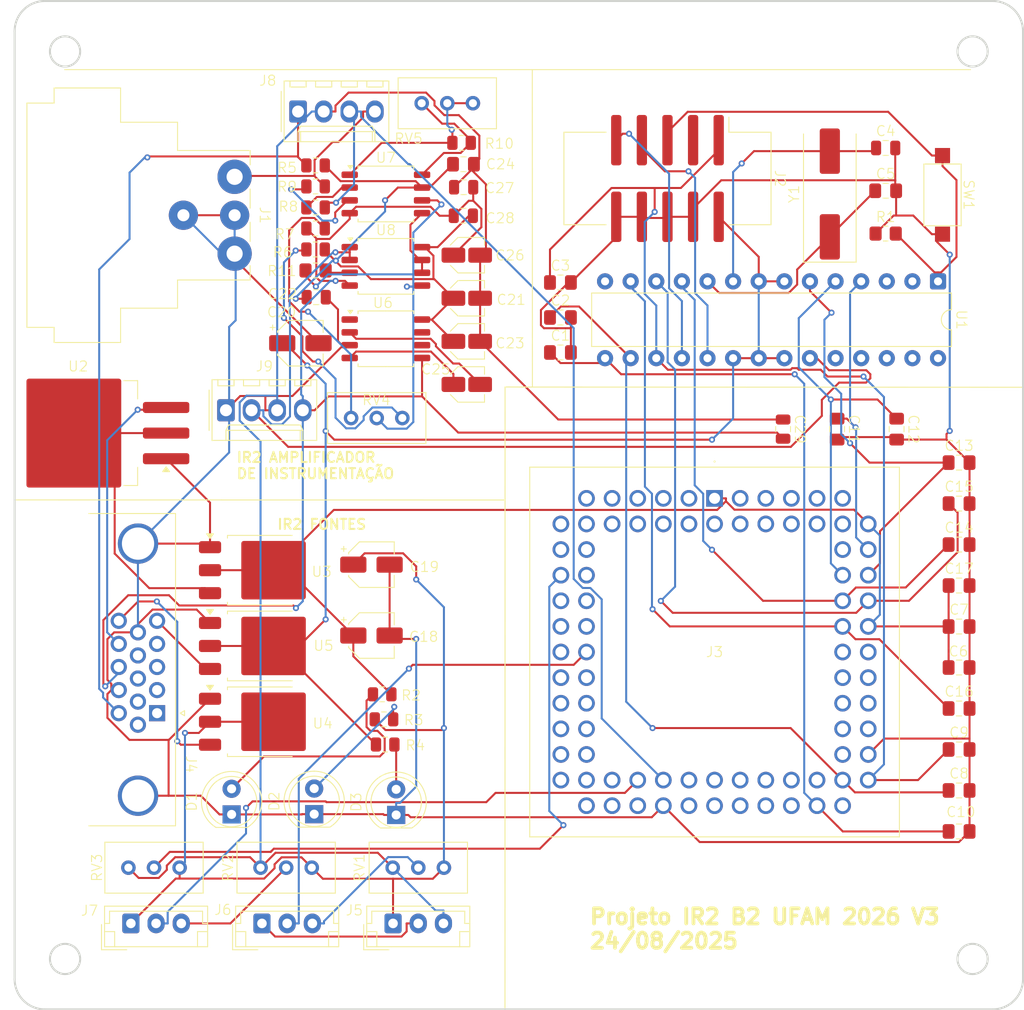
<source format=kicad_pcb>
(kicad_pcb (version 20241229) (generator "pcbnew") (generator_version "9.0")
  (title_block (title "IR2_B2_UFAM") (date "08/08/2025") (rev "V1") (company "UFAM-UFMG"))
  (layers (0 "F.Cu" signal "IR2_F.Cu") (4 "In1.Cu" power "IR2_In1.Cu") (6 "In2.Cu" power "IR2_In2.Cu") (2 "B.Cu" signal "IR2_B.Cu‏") (13 "F.Paste" user) (15 "B.Paste" user) (5 "F.SilkS" user "IR2 B2 UFAM") (7 "B.SilkS" user "IR2 B2 UFAM V2") (1 "F.Mask" user) (3 "B.Mask" user) (25 "Edge.Cuts" user))
  (net 0 "")
  (net 1 "Net-(U6-CAP-)")
  (net 2 "Net-(U6-CAP+)")
  (net 3 "Net-(D1-A)")
  (net 4 "Net-(D2-A)")
  (net 5 "Net-(D3-A)")
  (net 6 "/MODO E_RST E_RDR/E_RDR")
  (net 7 "Net-(J3-RST)")
  (net 8 "GND")
  (net 9 "/A0")
  (net 10 "/MODO E_RST E_RDR/E_RST")
  (net 11 "/A2")
  (net 12 "/Módulo Amplificador de Instrumentação/S+")
  (net 13 "/AC0")
  (net 14 "/A1")
  (net 15 "/Módulo Amplificador de Instrumentação/VOUT")
  (net 16 "/Módulo Amplificador de Instrumentação/S-")
  (net 17 "Net-(R6-Pad1)")
  (net 18 "Net-(R7-Pad2)")
  (net 19 "Net-(R10-Pad1)")
  (net 20 "Net-(R10-Pad2)")
  (net 21 "/MODO E_RST E_RDR/V_LOAD")
  (net 26 "Net-(U1-XTAL2{slash}PB7)")
  (net 28 "/SCK")
  (net 29 "Net-(U1-XTAL1{slash}PB6)")
  (net 32 "/MISO")
  (net 33 "Net-(U2-VO)")
  (net 36 "3,3V")
  (net 37 "/RESET")
  (net 38 "Net-(U7--)")
  (net 39 "/Fontes/3V3IR2")
  (net 40 "/RWS")
  (net 111 "Earth")
  (net 116 "/AC1")
  (net 117 "/AC2")
  (net 118 "Net-(J3-RDR)")
  (net 120 "Net-(U7-+)")
  (net 123 "Net-(U8-2IN+)")
  (net 124 "Net-(U8-1IN+)")
  (net 125 "Net-(U7-Ref)")
  (net 126 "/MODO E_RST E_RDR/3V3")
  (net 127 "Net-(U6-V+)")
  (net 128 "-12V")
  (net 129 "+8V4")
  (net 130 "+12V")
  (net 131 "Net-(BT4-+)")
  (net 132 "Net-(J5-Pin_2)")
  (net 133 "Net-(J6-Pin_3)")
  (net 134 "Net-(J7-Pin_3)")
  (net 135 "Net-(BT3-+)")
  (footprint "Capacitor_SMD:C_0805_2012Metric_Pad1.18x1.45mm_HandSolder" (layer "F.Cu") (at 218.8425 105.662)
    (property "Reference" "C6")
    (property "Value" "100nF")
  )
  (footprint "Package_SO:SOIC-8_5.3x5.3mm_P1.27mm" (layer "F.Cu") (at 162 58.7)
    (property "Reference" "U7")
    (property "Value" "AD620")
  )
  (footprint "Capacitor_SMD:C_0805_2012Metric_Pad1.18x1.45mm_HandSolder" (layer "F.Cu") (at 218.8425 101.598)
    (property "Reference" "C7")
    (property "Value" "100nF")
  )
  (footprint "Resistor_SMD:R_0805_2012Metric" (layer "F.Cu") (at 155.0275 57.9533)
    (property "Reference" "R9")
    (property "Value" "1K")
  )
  (footprint "Resistor_SMD:R_0805_2012Metric_Pad1.20x1.40mm_HandSolder" (layer "F.Cu") (at 155.0275 66.2867)
    (property "Reference" "R11")
    (property "Value" "1K")
  )
  (footprint "Capacitor_SMD:C_0805_2012Metric" (layer "F.Cu") (at 201.39 82.02 -90)
    (property "Reference" "C29")
    (property "Value" "100nF")
  )
  (footprint "Capacitor_SMD:C_Elec_3x5.4" (layer "F.Cu") (at 170.02 77.59)
    (property "Reference" "C25")
    (property "Value" "10uF")
  )
  (footprint "Package_TO_SOT_SMD:TO-263-3_TabPin2" (layer "F.Cu") (at 132.555 82.415 180)
    (property "Reference" "U2")
    (property "Value" "AZ1084-5.0")
  )
  (footprint "Capacitor_SMD:C_Elec_3x5.4" (layer "F.Cu") (at 170.02 64.77)
    (property "Reference" "C26")
    (property "Value" "10uF")
  )
  (footprint "Capacitor_SMD:C_0805_2012Metric_Pad1.18x1.45mm_HandSolder" (layer "F.Cu") (at 218.8425 113.79)
    (property "Reference" "C9")
    (property "Value" "100nF")
  )
  (footprint "Capacitor_SMD:C_0805_2012Metric" (layer "F.Cu") (at 169.71 58.03 180)
    (property "Reference" "C27")
    (property "Value" "100nF")
  )
  (footprint "Resistor_SMD:R_0805_2012Metric" (layer "F.Cu") (at 155.0275 64.2033)
    (property "Reference" "R6")
    (property "Value" "1K")
  )
  (footprint "Package_TO_SOT_SMD:TO-252-3_TabPin2" (layer "F.Cu") (at 149.6 111.04)
    (property "Reference" "U4")
    (property "Value" "AZ1084-3.3")
  )
  (footprint "LED_THT:LED_D5.0mm" (layer "F.Cu") (at 146.7 120.23 90)
    (property "Reference" "D1")
    (property "Value" "LED")
  )
  (footprint "Capacitor_SMD:C_0805_2012Metric_Pad1.18x1.45mm_HandSolder" (layer "F.Cu") (at 218.8425 85.342)
    (property "Reference" "C13")
    (property "Value" "100nF")
  )
  (footprint "Capacitor_SMD:C_Elec_3x5.4" (layer "F.Cu") (at 170.02 69.0433)
    (property "Reference" "C21")
    (property "Value" "10uF")
  )
  (footprint "Capacitor_SMD:C_0805_2012Metric_Pad1.18x1.45mm_HandSolder" (layer "F.Cu") (at 169.6925 55.75)
    (property "Reference" "C24")
    (property "Value" "100nF")
  )
  (footprint "Capacitor_SMD:C_0805_2012Metric" (layer "F.Cu") (at 211.5625 54.14)
    (property "Reference" "C4")
    (property "Value" "22pF")
  )
  (footprint "Button_Switch_SMD:SW_SPST_CK_RS282G05A3" (layer "F.Cu") (at 217.2 58.79 -90)
    (property "Reference" "SW1")
    (property "Value" "IR2_UFAM_SW1_SW_Push")
  )
  (footprint "Connector_JST:JST_EH_B3B-EH-A_1x03_P2.50mm_Vertical" (layer "F.Cu") (at 162.71 131.04)
    (property "Reference" "J5")
    (property "Value" "Conn_01x03_Pin")
  )
  (footprint "Capacitor_SMD:C_0805_2012Metric_Pad1.18x1.45mm_HandSolder" (layer "F.Cu") (at 218.8425 89.406)
    (property "Reference" "C15")
    (property "Value" "100nF")
  )
  (footprint "Capacitor_SMD:C_0805_2012Metric_Pad1.18x1.45mm_HandSolder" (layer "F.Cu") (at 212.65 82.02 -90)
    (property "Reference" "C12")
    (property "Value" "100nF")
  )
  (footprint "Capacitor_SMD:C_0805_2012Metric_Pad1.18x1.45mm_HandSolder" (layer "F.Cu") (at 211.5625 58.385)
    (property "Reference" "C5")
    (property "Value" "22pF")
  )
  (footprint "Capacitor_SMD:CP_Elec_4x5.8" (layer "F.Cu") (at 160.57 102.49)
    (property "Reference" "C18")
    (property "Value" "22uF")
  )
  (footprint "Capacitor_SMD:C_0805_2012Metric" (layer "F.Cu") (at 169.68 60.86)
    (property "Reference" "C28")
    (property "Value" "100nF")
  )
  (footprint "Capacitor_SMD:C_0805_2012Metric_Pad1.18x1.45mm_HandSolder" (layer "F.Cu") (at 218.8425 93.47)
    (property "Reference" "C14")
    (property "Value" "100nF")
  )
  (footprint "Resistor_SMD:R_0805_2012Metric_Pad1.20x1.40mm_HandSolder" (layer "F.Cu") (at 211.5625 62.63)
    (property "Reference" "R1")
    (property "Value" "10K")
  )
  (footprint "Connector_JST:JST_EH_B3B-EH-A_1x03_P2.50mm_Vertical" (layer "F.Cu") (at 136.71 131.04)
    (property "Reference" "J7")
    (property "Value" "Conn_01x03_Pin")
  )
  (footprint "Package_TO_SOT_SMD:TO-252-3_TabPin2" (layer "F.Cu") (at 149.6 103.525)
    (property "Reference" "U5")
    (property "Value" "AZ1084-3.3")
  )
  (footprint "Capacitor_SMD:C_0805_2012Metric_Pad1.18x1.45mm_HandSolder" (layer "F.Cu") (at 218.8425 109.726)
    (property "Reference" "C16")
    (property "Value" "100nF")
  )
  (footprint "IR2_Library:ir2_J3_UFAM_PLCC84AT" (layer "F.Cu") (at 194.595 88.885)
    (property "Reference" "J3")
    (property "Value" "IR2_UFAM_V0_PLCC84" (hide yes))
  )
  (footprint "Connector_JST:JST_EH_B3B-EH-A_1x03_P2.50mm_Vertical" (layer "F.Cu") (at 149.71 131.04)
    (property "Reference" "J6")
    (property "Value" "Conn_01x03_Pin")
  )
  (footprint "Potentiometer_THT:Potentiometer_Bourns_3296W_Vertical" (layer "F.Cu") (at 141.545 125.51)
    (property "Reference" "RV3")
    (property "Value" "10K")
  )
  (footprint "Connector_Dsub:DSUB-15-HD_Socket_Horizontal_P2.29x1.90mm_EdgePinOffset3.03mm_Housed_MountingHolesOffset4.94mm" (layer "F.Cu") (at 139.31 110.19 -90)
    (property "Reference" "J4")
    (property "Value" "DE15_Socket_HighDensity_MountingHoles")
  )
  (footprint "Connector_IDC:IDC-Header_2x05_P2.54mm_Vertical_SMD" (layer "F.Cu") (at 189.925 57.165 -90)
    (property "Reference" "J2")
    (property "Value" "USBAsp")
  )
  (footprint "Resistor_SMD:R_0805_2012Metric" (layer "F.Cu") (at 161.93 113.3)
    (property "Reference" "R4")
    (property "Value" "220R")
  )
  (footprint "Connector_Molex:Molex_KK-254_AE-6410-04A_1x04_P2.54mm_Vertical" (layer "F.Cu") (at 153.29 50.5246)
    (property "Reference" "J8")
    (property "Value" "Entrada")
  )
  (footprint "Capacitor_SMD:C_0805_2012Metric_Pad1.18x1.45mm_HandSolder" (layer "F.Cu") (at 206.75 82.02 -90)
    (property "Reference" "C11")
    (property "Value" "100nF")
  )
  (footprint "Capacitor_SMD:C_0805_2012Metric" (layer "F.Cu") (at 155.09 68.94)
    (property "Reference" "C22")
    (property "Value" "100nF")
  )
  (footprint "LED_THT:LED_D5.0mm" (layer "F.Cu") (at 163.02 120.285 90)
    (property "Reference" "D3")
    (property "Value" "LED")
  )
  (footprint "Package_DIP:DIP-28_W7.62mm" (layer "F.Cu") (at 216.755 67.365 -90)
    (property "Reference" "U1")
    (property "Value" "ATmega328-P")
  )
  (footprint "Capacitor_SMD:C_0805_2012Metric_Pad1.18x1.45mm_HandSolder" (layer "F.Cu") (at 218.8425 121.918)
    (property "Reference" "C10")
    (property "Value" "100nF")
  )
  (footprint "Connector_Audio:Jack_XLR_Neutrik_NC3MBH-B_Horizontal" (layer "F.Cu") (at 147 57 -90)
    (property "Reference" "J1")
    (property "Value" "NC3MBH-B")
  )
  (footprint "Potentiometer_THT:Potentiometer_Bourns_3296W_Vertical" (layer "F.Cu") (at 170.63 49.7)
    (property "Reference" "RV5")
    (property "Value" "100K")
  )
  (footprint "Capacitor_SMD:CP_Elec_4x5.8" (layer "F.Cu") (at 160.57 95.46)
    (property "Reference" "C19")
    (property "Value" "22uF")
  )
  (footprint "Capacitor_SMD:C_0805_2012Metric_Pad1.18x1.45mm_HandSolder" (layer "F.Cu") (at 179.31 74.42)
    (property "Reference" "C1")
    (property "Value" "100nF")
  )
  (footprint "Connector_Molex:Molex_KK-254_AE-6410-04A_1x04_P2.54mm_Vertical" (layer "F.Cu") (at 146.14 80.15)
    (property "Reference" "J9")
    (property "Value" "Saída")
  )
  (footprint "Capacitor_SMD:CP_Elec_4x5.8" (layer "F.Cu") (at 153.52 73.5)
    (property "Reference" "C20")
    (property "Value" "22uF")
  )
  (footprint "Capacitor_SMD:C_0805_2012Metric_Pad1.18x1.45mm_HandSolder" (layer "F.Cu") (at 179.31 70.95)
    (property "Reference" "C2")
    (property "Value" "100nF")
  )
  (footprint "LED_THT:LED_D5.0mm" (layer "F.Cu") (at 154.89 120.205 90)
    (property "Reference" "D2")
    (property "Value" "LED")
  )
  (footprint "Potentiometer_THT:Potentiometer_Bourns_3296W_Vertical" (layer "F.Cu") (at 154.65 125.51)
    (property "Reference" "RV2")
    (property "Value" "10K")
  )
  (footprint "Resistor_SMD:R_0805_2012Metric" (layer "F.Cu") (at 169.5075 53.63)
    (property "Reference" "R10")
    (property "Value" "49,4kR")
  )
  (footprint "Package_TO_SOT_SMD:TO-252-3_TabPin2" (layer "F.Cu") (at 149.6 96.01)
    (property "Reference" "U3")
    (property "Value" "AZ1084-3.3")
  )
  (footprint "Capacitor_SMD:C_Elec_3x5.4" (layer "F.Cu") (at 170.02 73.3167)
    (property "Reference" "C23")
    (property "Value" "10uF")
  )
  (footprint "Package_SO:SOIC-8_5.3x5.3mm_P1.27mm" (layer "F.Cu") (at 162 73.06)
    (property "Reference" "U6")
    (property "Value" "LMC7660")
  )
  (footprint "Potentiometer_THT:Potentiometer_Bourns_3296W_Vertical" (layer "F.Cu") (at 167.755 125.51)
    (property "Reference" "RV1")
    (property "Value" "10K")
  )
  (footprint "Capacitor_SMD:C_0805_2012Metric_Pad1.18x1.45mm_HandSolder" (layer "F.Cu") (at 218.8425 117.854)
    (property "Reference" "C8")
    (property "Value" "100nF")
  )
  (footprint "Capacitor_SMD:C_0805_2012Metric_Pad1.18x1.45mm_HandSolder" (layer "F.Cu") (at 218.8425 97.534)
    (property "Reference" "C17")
    (property "Value" "100nF")
  )
  (footprint "Resistor_SMD:R_0805_2012Metric" (layer "F.Cu") (at 161.81 110.8)
    (property "Reference" "R3")
    (property "Value" "220R")
  )
  (footprint "Capacitor_SMD:C_0805_2012Metric_Pad1.18x1.45mm_HandSolder" (layer "F.Cu") (at 179.31 67.48)
    (property "Reference" "C3")
    (property "Value" "100nF")
  )
  (footprint "Resistor_SMD:R_0805_2012Metric" (layer "F.Cu") (at 155.0275 55.87)
    (property "Reference" "R5")
    (property "Value" "10R")
  )
  (footprint "Potentiometer_THT:Potentiometer_Bourns_3296W_Vertical" (layer "F.Cu") (at 163.63 80.92)
    (property "Reference" "RV4")
    (property "Value" "10K")
  )
  (footprint "Resistor_SMD:R_0805_2012Metric" (layer "F.Cu") (at 161.63 108.32)
    (property "Reference" "R2")
    (property "Value" "220R")
  )
  (footprint "Resistor_SMD:R_0805_2012Metric" (layer "F.Cu") (at 155.0275 62.12)
    (property "Reference" "R7")
    (property "Value" "1K")
  )
  (footprint "IR2_Library:ir2_U8_SOIC-8_5.3x5.3mm_P1.27mm" (layer "F.Cu") (at 162 65.88)
    (property "Reference" "U8")
    (property "Value" "ir2_U8_LM358")
  )
  (footprint "Crystal:Crystal_SMD_HC49-SD" (layer "F.Cu") (at 206.025 58.705 90)
    (property "Reference" "Y1")
    (property "Value" "16MHz")
  )
  (footprint "Resistor_SMD:R_0805_2012Metric" (layer "F.Cu") (at 155.0275 60.0367)
    (property "Reference" "R8")
    (property "Value" "1K")
  )
  (gr_line (start 225.06 77.87) (end 176.53 77.85) (stroke (width 0.1)) (layer "F.SilkS"))
  (gr_line (start 125.34 89.04) (end 173.79 89.05) (stroke (width 0.1)) (layer "F.SilkS"))
  (gr_line (start 130.14 46.37) (end 219.98 46.37) (stroke (width 0.1)) (layer "F.SilkS"))
  (gr_line (start 176.53 77.85) (end 173.8198 77.8404) (stroke (width 0.1)) (layer "F.SilkS"))
  (gr_line (start 173.8198 77.8404) (end 173.81 139.41) (stroke (width 0.1)) (layer "F.SilkS"))
  (gr_line (start 176.53 77.85) (end 176.52 46.44) (stroke (width 0.1)) (layer "F.SilkS"))
  (gr_arc (start 125.182498 42.564998) (mid 126.061177 40.443679) (end 128.182495 39.565) (stroke (width 0.2)) (layer "Edge.Cuts"))
  (gr_circle (center 220.1825 134.565) (end 220.1825 136.065) (stroke (width 0.2)) (fill no) (layer "Edge.Cuts"))
  (gr_arc (start 225.182498 136.564998) (mid 224.303817 138.686318) (end 222.182498 139.565) (stroke (width 0.2)) (layer "Edge.Cuts"))
  (gr_circle (center 220.1825 44.565) (end 220.1825 46.065) (stroke (width 0.2)) (fill no) (layer "Edge.Cuts"))
  (gr_line (start 225.182498 136.564998) (end 225.182498 42.565001) (stroke (width 0.2)) (layer "Edge.Cuts"))
  (gr_line (start 128.182501 139.565) (end 222.182498 139.565) (stroke (width 0.2)) (layer "Edge.Cuts"))
  (gr_circle (center 130.1825 134.565) (end 130.1825 136.065) (stroke (width 0.2)) (fill no) (layer "Edge.Cuts"))
  (gr_arc (start 128.182501 139.565) (mid 126.061179 138.686319) (end 125.182498 136.564998) (stroke (width 0.2)) (layer "Edge.Cuts"))
  (gr_arc (start 222.182497 39.565) (mid 224.303818 40.44368) (end 225.182498 42.565001) (stroke (width 0.2)) (layer "Edge.Cuts"))
  (gr_line (start 125.182498 42.564998) (end 125.182498 136.564998) (stroke (width 0.2)) (layer "Edge.Cuts"))
  (gr_circle (center 130.1825 44.565) (end 130.1825 46.065) (stroke (width 0.2)) (fill no) (layer "Edge.Cuts"))
  (gr_line (start 222.182497 39.565) (end 128.182495 39.565) (stroke (width 0.2)) (layer "Edge.Cuts"))
  (gr_text "Projeto IR2 B2 UFAM 2026 V3\n24/08/2025" (at 182.04 133.66 0) (layer "F.SilkS") (effects (font (size 1.5 1.5) (thickness 0.375) (bold yes)) (justify left bottom)))
  (gr_text "IR2 AMPLIFICADOR \nDE INSTRUMENTAÇÃO" (at 147.1 87.02 0) (layer "F.SilkS") (effects (font (size 1 1) (thickness 0.2) (bold yes)) (justify left bottom)))
  (gr_text "IR2 FONTES" (at 151.13 92.05 0) (layer "F.SilkS") (effects (font (size 1 1) (thickness 0.2) (bold yes)) (justify left bottom)))
  (segment (start 158.4125 74.965) (end 159.0475 74.33) (width 0.2) (layer "F.Cu") (net 1))
  (segment (start 159.0475 74.33) (end 166.4685 74.33) (width 0.2) (layer "F.Cu") (net 1))
  (segment (start 168.695 76.5565) (end 168.695 77.59) (width 0.2) (layer "F.Cu") (net 1))
  (segment (start 166.4685 74.33) (end 168.695 76.5565) (width 0.2) (layer "F.Cu") (net 1))
  (segment (start 166.4353 73.06) (end 166.9598 73.5845) (width 0.2) (layer "F.Cu") (net 2))
  (segment (start 159.0475 73.06) (end 166.4353 73.06) (width 0.2) (layer "F.Cu") (net 2))
  (segment (start 166.9598 73.8016) (end 168.6764 75.5182) (width 0.2) (layer "F.Cu") (net 2))
  (segment (start 158.4125 72.425) (end 159.0475 73.06) (width 0.2) (layer "F.Cu") (net 2))
  (segment (start 169.2732 75.5182) (end 171.345 77.59) (width 0.2) (layer "F.Cu") (net 2))
  (segment (start 168.6764 75.5182) (end 169.2732 75.5182) (width 0.2) (layer "F.Cu") (net 2))
  (segment (start 166.9598 73.5845) (end 166.9598 73.8016) (width 0.2) (layer "F.Cu") (net 2))
  (segment (start 149.9096 114.4804) (end 161.397 114.4804) (width 0.2) (layer "F.Cu") (net 3))
  (segment (start 160.0821 108.9554) (end 160.7175 108.32) (width 0.2) (layer "F.Cu") (net 3))
  (segment (start 161.397 114.4804) (end 161.8801 113.9973) (width 0.2) (layer "F.Cu") (net 3))
  (segment (start 146.7 117.69) (end 149.9096 114.4804) (width 0.2) (layer "F.Cu") (net 3))
  (segment (start 161.8801 113.9973) (end 161.8801 112.649) (width 0.2) (layer "F.Cu") (net 3))
  (segment (start 161.8801 112.649) (end 161.1734 111.9423) (width 0.2) (layer "F.Cu") (net 3))
  (segment (start 160.4628 111.9423) (end 160.0821 111.5616) (width 0.2) (layer "F.Cu") (net 3))
  (segment (start 160.0821 111.5616) (end 160.0821 108.9554) (width 0.2) (layer "F.Cu") (net 3))
  (segment (start 161.1734 111.9423) (end 160.4628 111.9423) (width 0.2) (layer "F.Cu") (net 3))
  (segment (start 162.7225 109.6653) (end 162.7225 110.8) (width 0.2) (layer "F.Cu") (net 4))
  (segment (start 162.8278 109.56) (end 162.7225 109.6653) (width 0.2) (layer "F.Cu") (net 4))
  (via (at 162.8278 109.56) (size 0.6) (drill 0.3) (layers "F.Cu" "B.Cu") (net 4))
  (segment (start 162.8278 109.7272) (end 162.8278 109.56) (width 0.2) (layer "B.Cu") (net 4))
  (segment (start 154.89 117.665) (end 162.8278 109.7272) (width 0.2) (layer "B.Cu") (net 4))
  (segment (start 163.02 113.4775) (end 162.8425 113.3) (width 0.2) (layer "F.Cu") (net 5))
  (segment (start 163.02 117.745) (end 163.02 113.4775) (width 0.2) (layer "F.Cu") (net 5))
  (segment (start 172.8756 118.095) (end 185.705 118.095) (width 0.2) (layer "F.Cu") (net 6))
  (segment (start 156.0204 118.935) (end 156.1004 119.015) (width 0.2) (layer "F.Cu") (net 6))
  (segment (start 156.1004 119.015) (end 171.9556 119.015) (width 0.2) (layer "F.Cu") (net 6))
  (segment (start 185.705 118.095) (end 186.975 116.825) (width 0.2) (layer "F.Cu") (net 6))
  (segment (start 148.777 118.935) (end 156.0204 118.935) (width 0.2) (layer "F.Cu") (net 6))
  (segment (start 148.1294 119.5826) (end 148.777 118.935) (width 0.2) (layer "F.Cu") (net 6))
  (segment (start 171.9556 119.015) (end 172.8756 118.095) (width 0.2) (layer "F.Cu") (net 6))
  (via (at 148.1294 119.5826) (size 0.6) (drill 0.3) (layers "F.Cu" "B.Cu") (net 6))
  (segment (start 140.3617 131.04) (end 140.3617 129.8883) (width 0.2) (layer "B.Cu") (net 6))
  (segment (start 140.3617 129.8883) (end 148.1294 122.1206) (width 0.2) (layer "B.Cu") (net 6))
  (segment (start 148.1294 122.1206) (end 148.1294 119.5826) (width 0.2) (layer "B.Cu") (net 6))
  (segment (start 139.21 131.04) (end 140.3617 131.04) (width 0.2) (layer "B.Cu") (net 6))
  (segment (start 206.7686 121.3786) (end 204.755 119.365) (width 0.2) (layer "F.Cu") (net 7))
  (segment (start 202.5399 76.5788) (end 185.3288 76.5788) (width 0.2) (layer "F.Cu") (net 7))
  (segment (start 183.735 74.985) (end 183.2498 75.4702) (width 0.2) (layer "F.Cu") (net 7))
  (segment (start 207.3101 121.918) (end 206.7707 121.3786) (width 0.2) (layer "F.Cu") (net 7))
  (segment (start 185.3288 76.5788) (end 183.735 74.985) (width 0.2) (layer "F.Cu") (net 7))
  (segment (start 206.7707 121.3786) (end 206.7686 121.3786) (width 0.2) (layer "F.Cu") (net 7))
  (segment (start 183.2498 75.4702) (end 179.3227 75.4702) (width 0.2) (layer "F.Cu") (net 7))
  (segment (start 217.805 121.918) (end 207.3101 121.918) (width 0.2) (layer "F.Cu") (net 7))
  (segment (start 179.3227 75.4702) (end 178.2725 74.42) (width 0.2) (layer "F.Cu") (net 7))
  (via (at 202.5399 76.5788) (size 0.6) (drill 0.3) (layers "F.Cu" "B.Cu") (net 7))
  (segment (start 203.485 77.5239) (end 203.485 118.095) (width 0.2) (layer "B.Cu") (net 7))
  (segment (start 203.485 118.095) (end 204.755 119.365) (width 0.2) (layer "B.Cu") (net 7))
  (segment (start 202.5399 76.5788) (end 203.485 77.5239) (width 0.2) (layer "B.Cu") (net 7))
  (segment (start 171.2678 52.9206) (end 171.2678 55.2122) (width 0.2) (layer "F.Cu") (net 8))
  (segment (start 151.0554 124.0322) (end 149.5776 125.51) (width 0.2) (layer "F.Cu") (net 8))
  (segment (start 151.22 80.15) (end 150.0483 80.15) (width 0.2) (layer "F.Cu") (net 8))
  (segment (start 146.14 80.15) (end 147.5532 78.7368) (width 0.2) (layer "F.Cu") (net 8))
  (segment (start 157.2517 73.2965) (end 157.6502 73.695) (width 0.2) (layer "F.Cu") (net 8))
  (segment (start 167.7915 50.8835) (end 169.2307 50.8835) (width 0.2) (layer "F.Cu") (net 8))
  (segment (start 157.2517 70.1517) (end 157.2517 73.2965) (width 0.2) (layer "F.Cu") (net 8))
  (segment (start 139.474 126.5317) (end 140.275 125.7307) (width 0.2) (layer "F.Cu") (net 8))
  (segment (start 166.82 49.912) (end 167.7915 50.8835) (width 0.2) (layer "F.Cu") (net 8))
  (segment (start 141.1021 124.4739) (end 148.5339 124.4739) (width 0.2) (layer "F.Cu") (net 8))
  (segment (start 170.5466 55.9334) (end 170.5466 56.362) (width 0.2) (layer "F.Cu") (net 8))
  (segment (start 157.6502 73.695) (end 158.4125 73.695) (width 0.2) (layer "F.Cu") (net 8))
  (segment (start 171.345 69.0433) (end 171.345 73.3167) (width 0.2) (layer "F.Cu") (net 8))
  (segment (start 152.7298 78.7368) (end 157.6502 73.8164) (width 0.2) (layer "F.Cu") (net 8))
  (segment (start 168.76 58.03) (end 170.428 56.362) (width 0.2) (layer "F.Cu") (net 8))
  (segment (start 171.2678 55.2122) (end 170.73 55.75) (width 0.2) (layer "F.Cu") (net 8))
  (segment (start 149.5776 125.51) (end 149.57 125.51) (width 0.2) (layer "F.Cu") (net 8))
  (segment (start 166.82 49.4854) (end 166.82 49.912) (width 0.2) (layer "F.Cu") (net 8))
  (segment (start 171.9207 57.7361) (end 170.5466 56.362) (width 0.2) (layer "F.Cu") (net 8))
  (segment (start 157.0017 50.5246) (end 157.0017 49.9388) (width 0.2) (layer "F.Cu") (net 8))
  (segment (start 140.275 125.301) (end 141.1021 124.4739) (width 0.2) (layer "F.Cu") (net 8))
  (segment (start 158.2922 48.6483) (end 165.9829 48.6483) (width 0.2) (layer "F.Cu") (net 8))
  (segment (start 140.275 125.7307) (end 140.275 125.301) (width 0.2) (layer "F.Cu") (net 8))
  (segment (start 171.345 64.77) (end 171.9207 64.1943) (width 0.2) (layer "F.Cu") (net 8))
  (segment (start 150.0483 78.7368) (end 152.7298 78.7368) (width 0.2) (layer "F.Cu") (net 8))
  (segment (start 137.4867 126.5317) (end 139.474 126.5317) (width 0.2) (layer "F.Cu") (net 8))
  (segment (start 148.5339 124.4739) (end 149.57 125.51) (width 0.2) (layer "F.Cu") (net 8))
  (segment (start 155.83 50.5246) (end 157.0017 50.5246) (width 0.2) (layer "F.Cu") (net 8))
  (segment (start 170.428 56.362) (end 170.5466 56.362) (width 0.2) (layer "F.Cu") (net 8))
  (segment (start 136.465 125.51) (end 137.4867 126.5317) (width 0.2) (layer "F.Cu") (net 8))
  (segment (start 147.5532 78.7368) (end 150.0483 78.7368) (width 0.2) (layer "F.Cu") (net 8))
  (segment (start 165.9829 48.6483) (end 166.82 49.4854) (width 0.2) (layer "F.Cu") (net 8))
  (segment (start 161.1972 124.0322) (end 151.0554 124.0322) (width 0.2) (layer "F.Cu") (net 8))
  (segment (start 171.9207 64.1943) (end 171.9207 57.7361) (width 0.2) (layer "F.Cu") (net 8))
  (segment (start 157.0017 49.9388) (end 158.2922 48.6483) (width 0.2) (layer "F.Cu") (net 8))
  (segment (start 201.39 81.07) (end 179.0983 81.07) (width 0.2) (layer "F.Cu") (net 8))
  (segment (start 157.6502 73.8164) (end 157.6502 73.695) (width 0.2) (layer "F.Cu") (net 8))
  (segment (start 162.675 125.51) (end 161.1972 124.0322) (width 0.2) (layer "F.Cu") (net 8))
  (segment (start 156.04 68.94) (end 157.2517 70.1517) (width 0.2) (layer "F.Cu") (net 8))
  (segment (start 170.73 55.75) (end 170.5466 55.9334) (width 0.2) (layer "F.Cu") (net 8))
  (segment (start 169.2307 50.8835) (end 171.2678 52.9206) (width 0.2) (layer "F.Cu") (net 8))
  (segment (start 150.0483 78.7368) (end 150.0483 80.15) (width 0.2) (layer "F.Cu") (net 8))
  (segment (start 171.345 64.77) (end 171.345 69.0433) (width 0.2) (layer "F.Cu") (net 8))
  (segment (start 179.0983 81.07) (end 171.345 73.3167) (width 0.2) (layer "F.Cu") (net 8))
  (segment (start 162.675 125.51) (end 166.9283 129.7633) (width 0.2) (layer "B.Cu") (net 8))
  (segment (start 147.5012 79.3734) (end 148.1755 78.6991) (width 0.2) (layer "B.Cu") (net 8))
  (segment (start 154.6583 50.5246) (end 151.22 53.9629) (width 0.2) (layer "B.Cu") (net 8))
  (segment (start 149.57 125.51) (end 149.57 83.2457) (width 0.2) (layer "B.Cu") (net 8))
  (segment (start 155.83 50.5246) (end 154.6583 50.5246) (width 0.2) (layer "B.Cu") (net 8))
  (segment (start 148.1755 78.6991) (end 151.22 78.6991) (width 0.2) (layer "B.Cu") (net 8))
  (segment (start 151.22 78.6991) (end 151.22 80.15) (width 0.2) (layer "B.Cu") (net 8))
  (segment (start 147.5012 81.1769) (end 147.5012 79.3734) (width 0.2) (layer "B.Cu") (net 8))
  (segment (start 166.9283 129.7633) (end 167.71 129.7633) (width 0.2) (layer "B.Cu") (net 8))
  (segment (start 149.57 83.2457) (end 147.5012 81.1769) (width 0.2) (layer "B.Cu") (net 8))
  (segment (start 167.71 131.04) (end 167.71 129.7633) (width 0.2) (layer "B.Cu") (net 8))
  (segment (start 151.22 53.9629) (end 151.22 78.6991) (width 0.2) (layer "B.Cu") (net 8))
  (segment (start 207.7073 80.9825) (end 208.565 81.8402) (width 0.2) (layer "F.Cu") (net 9))
  (segment (start 206.75 80.9825) (end 207.7073 80.9825) (width 0.2) (layer "F.Cu") (net 9))
  (via (at 208.565 81.8402) (size 0.6) (drill 0.3) (layers "F.Cu" "B.Cu") (net 9))
  (segment (start 208.6346 92.7646) (end 208.6346 81.9098) (width 0.2) (layer "B.Cu") (net 9))
  (segment (start 208.033 81.3082) (end 208.033 68.467) (width 0.2) (layer "B.Cu") (net 9))
  (segment (start 209.835 93.965) (end 208.6346 92.7646) (width 0.2) (layer "B.Cu") (net 9))
  (segment (start 208.033 68.467) (end 209.135 67.365) (width 0.2) (layer "B.Cu") (net 9))
  (segment (start 208.6346 81.9098) (end 208.565 81.8402) (width 0.2) (layer "B.Cu") (net 9))
  (segment (start 208.565 81.8402) (end 208.033 81.3082) (width 0.2) (layer "B.Cu") (net 9))
  (segment (start 180.625 105.395) (end 181.895 104.125) (width 0.2) (layer "F.Cu") (net 10))
  (segment (start 164.2823 105.7733) (end 164.6606 105.395) (width 0.2) (layer "F.Cu") (net 10))
  (segment (start 164.6606 105.395) (end 180.625 105.395) (width 0.2) (layer "F.Cu") (net 10))
  (via (at 164.2823 105.7733) (size 0.6) (drill 0.3) (layers "F.Cu" "B.Cu") (net 10))
  (segment (start 153.3617 116.6939) (end 164.2823 105.7733) (width 0.2) (layer "B.Cu") (net 10))
  (segment (start 152.21 131.04) (end 153.3617 131.04) (width 0.2) (layer "B.Cu") (net 10))
  (segment (start 153.3617 131.04) (end 153.3617 116.6939) (width 0.2) (layer "B.Cu") (net 10))
  (segment (start 206.1914 70.4723) (end 204.055 68.3359) (width 0.2) (layer "F.Cu") (net 11))
  (segment (start 217.805 85.342) (end 211.0007 92.1463) (width 0.2) (layer "F.Cu") (net 11))
  (segment (start 204.055 68.3359) (end 204.055 67.365) (width 0.2) (layer "F.Cu") (net 11))
  (segment (start 211.0007 95.3393) (end 209.835 96.505) (width 0.2) (layer "F.Cu") (net 11))
  (segment (start 209.9611 85.342) (end 208.0329 83.4138) (width 0.2) (layer "F.Cu") (net 11))
  (segment (start 217.805 85.342) (end 209.9611 85.342) (width 0.2) (layer "F.Cu") (net 11))
  (segment (start 211.0007 92.1463) (end 211.0007 95.3393) (width 0.2) (layer "F.Cu") (net 11))
  (via (at 208.0329 83.4138) (size 0.6) (drill 0.3) (layers "F.Cu" "B.Cu") (net 11))
  (via (at 206.1914 70.4723) (size 0.6) (drill 0.3) (layers "F.Cu" "B.Cu") (net 11))
  (segment (start 208.0329 83.4138) (end 207.1527 82.5336) (width 0.2) (layer "B.Cu") (net 11))
  (segment (start 207.1527 82.5336) (end 207.1527 78.5216) (width 0.2) (layer "B.Cu") (net 11))
  (segment (start 205.4874 71.1763) (end 206.1914 70.4723) (width 0.2) (layer "B.Cu") (net 11))
  (segment (start 207.1527 78.5216) (end 205.4874 76.8563) (width 0.2) (layer "B.Cu") (net 11))
  (segment (start 205.4874 76.8563) (end 205.4874 71.1763) (width 0.2) (layer "B.Cu") (net 11))
  (segment (start 156.7168 53.5451) (end 154.9302 55.3317) (width 0.2) (layer "F.Cu") (net 12))
  (segment (start 147.0883 56.9117) (end 147 57) (width 0.2) (layer "F.Cu") (net 12))
  (segment (start 155.94 57.9533) (end 154.8984 56.9117) (width 0.2) (layer "F.Cu") (net 12))
  (segment (start 159.7383 50.5246) (end 159.7383 51.1104) (width 0.2) (layer "F.Cu") (net 12))
  (segment (start 154.8984 56.9117) (end 147.0883 56.9117) (width 0.2) (layer "F.Cu") (net 12))
  (segment (start 154.9302 56.8799) (end 154.8984 56.9117) (width 0.2) (layer "F.Cu") (net 12))
  (segment (start 160.91 50.5246) (end 159.7383 50.5246) (width 0.2) (layer "F.Cu") (net 12))
  (segment (start 157.3036 53.5451) (end 156.7168 53.5451) (width 0.2) (layer "F.Cu") (net 12))
  (segment (start 159.7383 51.1104) (end 157.3036 53.5451) (width 0.2) (layer "F.Cu") (net 12))
  (segment (start 154.9302 55.3317) (end 154.9302 56.8799) (width 0.2) (layer "F.Cu") (net 12))
  (segment (start 217.805 93.47) (end 213.5489 97.7261) (width 0.2) (layer "F.Cu") (net 13))
  (segment (start 207.295 99.045) (end 199.399 99.045) (width 0.2) (layer "F.Cu") (net 13))
  (segment (start 208.6138 97.7262) (end 207.295 99.045) (width 0.2) (layer "F.Cu") (net 13))
  (segment (start 199.399 99.045) (end 194.3389 93.9849) (width 0.2) (layer "F.Cu") (net 13))
  (segment (start 213.5489 97.7261) (end 208.6138 97.7261) (width 0.2) (layer "F.Cu") (net 13))
  (segment (start 208.6138 97.7261) (end 208.6138 97.7262) (width 0.2) (layer "F.Cu") (net 13))
  (via (at 194.3389 93.9849) (size 0.6) (drill 0.3) (layers "F.Cu" "B.Cu") (net 13))
  (segment (start 192.625 87.59) (end 193.4666 88.4316) (width 0.2) (layer "B.Cu") (net 13))
  (segment (start 191.355 67.9329) (end 192.625 69.2029) (width 0.2) (layer "B.Cu") (net 13))
  (segment (start 191.355 67.365) (end 191.355 67.9329) (width 0.2) (layer "B.Cu") (net 13))
  (segment (start 193.4666 93.1126) (end 194.3389 93.9849) (width 0.2) (layer "B.Cu") (net 13))
  (segment (start 193.4666 88.4316) (end 193.4666 93.1126) (width 0.2) (layer "B.Cu") (net 13))
  (segment (start 192.625 69.2029) (end 192.625 87.59) (width 0.2) (layer "B.Cu") (net 13))
  (segment (start 206.1273 79.0849) (end 210.7524 79.0849) (width 0.2) (layer "F.Cu") (net 14))
  (segment (start 210.7524 79.0849) (end 212.65 80.9825) (width 0.2) (layer "F.Cu") (net 14))
  (via (at 206.1273 79.0849) (size 0.6) (drill 0.3) (layers "F.Cu" "B.Cu") (net 14))
  (segment (start 206.595 67.365) (end 202.9455 71.0145) (width 0.2) (layer "B.Cu") (net 14))
  (segment (start 206.1273 79.0849) (end 206.1273 95.3373) (width 0.2) (layer "B.Cu") (net 14))
  (segment (start 202.9455 75.9031) (end 206.1273 79.0849) (width 0.2) (layer "B.Cu") (net 14))
  (segment (start 202.9455 71.0145) (end 202.9455 75.9031) (width 0.2) (layer "B.Cu") (net 14))
  (segment (start 206.1273 95.3373) (end 207.295 96.505) (width 0.2) (layer "B.Cu") (net 14))
  (segment (start 209.6417 76.1802) (end 205.9425 76.1802) (width 0.2) (layer "F.Cu") (net 15))
  (segment (start 158.4125 64.4868) (end 158.4125 65.245) (width 0.2) (layer "F.Cu") (net 15))
  (segment (start 205.2323 79.1188) (end 206.9428 77.4083) (width 0.2) (layer "F.Cu") (net 15))
  (segment (start 205.2323 80.708) (end 205.2323 79.1188) (width 0.2) (layer "F.Cu") (net 15))
  (segment (start 204.7473 74.985) (end 204.055 74.985) (width 0.2) (layer "F.Cu") (net 15))
  (segment (start 202.1622 83.7781) (end 205.2323 80.708) (width 0.2) (layer "F.Cu") (net 15))
  (segment (start 158.4125 63.975) (end 158.4125 64.4868) (width 0.2) (layer "F.Cu") (net 15))
  (segment (start 158.4125 64.4868) (end 156.9971 64.4868) (width 0.2) (layer "F.Cu") (net 15))
  (segment (start 210.0417 76.5802) (end 209.6417 76.1802) (width 0.2) (layer "F.Cu") (net 15))
  (segment (start 148.68 80.15) (end 152.3081 83.7781) (width 0.2) (layer "F.Cu") (net 15))
  (segment (start 205.9425 76.1802) (end 204.7473 74.985) (width 0.2) (layer "F.Cu") (net 15))
  (segment (start 152.3081 83.7781) (end 202.1622 83.7781) (width 0.2) (layer "F.Cu") (net 15))
  (segment (start 206.9428 77.4083) (end 209.6143 77.4083) (width 0.2) (layer "F.Cu") (net 15))
  (segment (start 210.0417 76.9809) (end 210.0417 76.5802) (width 0.2) (layer "F.Cu") (net 15))
  (segment (start 209.6143 77.4083) (end 210.0417 76.9809) (width 0.2) (layer "F.Cu") (net 15))
  (via (at 156.9971 64.4868) (size 0.6) (drill 0.3) (layers "F.Cu" "B.Cu") (net 15))
  (segment (start 152.4601 68.7792) (end 156.7525 64.4868) (width 0.2) (layer "B.Cu") (net 15))
  (segment (start 149.8517 80.7358) (end 150.6823 81.5664) (width 0.2) (layer "B.Cu") (net 15))
  (segment (start 156.7525 64.4868) (end 156.9971 64.4868) (width 0.2) (layer "B.Cu") (net 15))
  (segment (start 150.6823 81.5664) (end 151.6873 81.5664) (width 0.2) (layer "B.Cu") (net 15))
  (segment (start 149.8517 80.15) (end 149.8517 80.7358) (width 0.2) (layer "B.Cu") (net 15))
  (segment (start 152.4601 70.7193) (end 152.4601 68.7792) (width 0.2) (layer "B.Cu") (net 15))
  (segment (start 151.6873 81.5664) (end 152.4904 80.7633) (width 0.2) (layer "B.Cu") (net 15))
  (segment (start 152.4904 80.7633) (end 152.4904 70.7496) (width 0.2) (layer "B.Cu") (net 15))
  (segment (start 148.68 80.15) (end 149.8517 80.15) (width 0.2) (layer "B.Cu") (net 15))
  (segment (start 152.4904 70.7496) (end 152.4601 70.7193) (width 0.2) (layer "B.Cu") (net 15))
  (segment (start 157.0577 59.5664) (end 156.4103 59.5664) (width 0.2) (layer "F.Cu") (net 16))
  (segment (start 156.4103 59.5664) (end 155.94 60.0367) (width 0.2) (layer "F.Cu") (net 16))
  (via (at 157.0577 59.5664) (size 0.6) (drill 0.3) (layers "F.Cu" "B.Cu") (net 16))
  (segment (start 158.8416 50.5246) (end 158.8416 57.7825) (width 0.2) (layer "B.Cu") (net 16))
  (segment (start 159.5417 51.071) (end 159.5417 50.5246) (width 0.2) (layer "B.Cu") (net 16))
  (segment (start 180.625 72.0035) (end 164.3644 55.7429) (width 0.2) (layer "B.Cu") (net 16))
  (segment (start 180.625 96.8775) (end 180.625 72.0035) (width 0.2) (layer "B.Cu") (net 16))
  (segment (start 158.37 50.5246) (end 158.8416 50.5246) (width 0.2) (layer "B.Cu") (net 16))
  (segment (start 189.515 116.825) (end 183.4034 110.7134) (width 0.2) (layer "B.Cu") (net 16))
  (segment (start 181.5225 97.775) (end 180.625 96.8775) (width 0.2) (layer "B.Cu") (net 16))
  (segment (start 183.4034 98.9032) (end 182.2752 97.775) (width 0.2) (layer "B.Cu") (net 16))
  (segment (start 158.8416 50.5246) (end 159.5417 50.5246) (width 0.2) (layer "B.Cu") (net 16))
  (segment (start 164.3644 55.7429) (end 164.2136 55.7429) (width 0.2) (layer "B.Cu") (net 16))
  (segment (start 164.2136 55.7429) (end 159.5417 51.071) (width 0.2) (layer "B.Cu") (net 16))
  (segment (start 183.4034 110.7134) (end 183.4034 98.9032) (width 0.2) (layer "B.Cu") (net 16))
  (segment (start 182.2752 97.775) (end 181.5225 97.775) (width 0.2) (layer "B.Cu") (net 16))
  (segment (start 158.8416 57.7825) (end 157.0577 59.5664) (width 0.2) (layer "B.Cu") (net 16))
  (segment (start 154.0053 64.313) (end 154.115 64.2033) (width 0.2) (layer "F.Cu") (net 17))
  (segment (start 153.7174 72.8275) (end 151.8887 70.9988) (width 0.2) (layer "F.Cu") (net 17))
  (segment (start 155.2963 75.3194) (end 154.7579 75.3194) (width 0.2) (layer "F.Cu") (net 17))
  (segment (start 153.054 64.313) (end 154.0053 64.313) (width 0.2) (layer "F.Cu") (net 17))
  (segment (start 153.7174 74.2789) (end 153.7174 72.8275) (width 0.2) (layer "F.Cu") (net 17))
  (segment (start 154.7579 75.3194) (end 153.7174 74.2789) (width 0.2) (layer "F.Cu") (net 17))
  (via (at 151.8887 70.9988) (size 0.6) (drill 0.3) (layers "F.Cu" "B.Cu") (net 17))
  (via (at 155.2963 75.3194) (size 0.6) (drill 0.3) (layers "F.Cu" "B.Cu") (net 17))
  (via (at 153.054 64.313) (size 0.6) (drill 0.3) (layers "F.Cu" "B.Cu") (net 17))
  (segment (start 158.9754 81.9417) (end 158.0622 81.9417) (width 0.2) (layer "B.Cu") (net 17))
  (segment (start 151.8887 70.9988) (end 151.8887 65.4783) (width 0.2) (layer "B.Cu") (net 17))
  (segment (start 163.63 80.92) (end 162.584 79.874) (width 0.2) (layer "B.Cu") (net 17))
  (segment (start 159.7964 81.1207) (end 158.9754 81.9417) (width 0.2) (layer "B.Cu") (net 17))
  (segment (start 157.0087 77.0318) (end 155.2963 75.3194) (width 0.2) (layer "B.Cu") (net 17))
  (segment (start 158.0622 81.9417) (end 157.0087 80.8882) (width 0.2) (layer "B.Cu") (net 17))
  (segment (start 157.0087 80.8882) (end 157.0087 77.0318) (width 0.2) (layer "B.Cu") (net 17))
  (segment (start 162.584 79.874) (end 160.6706 79.874) (width 0.2) (layer "B.Cu") (net 17))
  (segment (start 159.7964 80.7482) (end 159.7964 81.1207) (width 0.2) (layer "B.Cu") (net 17))
  (segment (start 151.8887 65.4783) (end 153.054 64.313) (width 0.2) (layer "B.Cu") (net 17))
  (segment (start 160.6706 79.874) (end 159.7964 80.7482) (width 0.2) (layer "B.Cu") (net 17))
  (segment (start 154.279 70.3744) (end 153.4345 70.3744) (width 0.2) (layer "F.Cu") (net 18))
  (segment (start 153.6488 61.0785) (end 154.8985 61.0785) (width 0.2) (layer "F.Cu") (net 18))
  (segment (start 153.4345 70.3744) (end 152.4064 69.3463) (width 0.2) (layer "F.Cu") (net 18))
  (segment (start 152.4064 62.3209) (end 153.6488 61.0785) (width 0.2) (layer "F.Cu") (net 18))
  (segment (start 154.8985 61.0785) (end 155.94 62.12) (width 0.2) (layer "F.Cu") (net 18))
  (segment (start 152.4064 69.3463) (end 152.4064 62.3209) (width 0.2) (layer "F.Cu") (net 18))
  (via (at 154.279 70.3744) (size 0.6) (drill 0.3) (layers "F.Cu" "B.Cu") (net 18))
  (segment (start 158.55 80.92) (end 158.55 74.6454) (width 0.2) (layer "B.Cu") (net 18))
  (segment (start 158.55 74.6454) (end 154.279 70.3744) (width 0.2) (layer "B.Cu") (net 18))
  (segment (start 161.5775 53.63) (end 158.4125 56.795) (width 0.2) (layer "F.Cu") (net 19))
  (segment (start 168.595 52.3951) (end 168.595 53.63) (width 0.2) (layer "F.Cu") (net 19))
  (segment (start 168.09 49.7) (end 170.63 49.7) (width 0.2) (layer "F.Cu") (net 19))
  (segment (start 168.5329 52.333) (end 168.595 52.3951) (width 0.2) (layer "F.Cu") (net 19))
  (segment (start 168.595 53.63) (end 161.5775 53.63) (width 0.2) (layer "F.Cu") (net 19))
  (via (at 168.5329 52.333) (size 0.6) (drill 0.3) (layers "F.Cu" "B.Cu") (net 19))
  (segment (start 168.09 51.8901) (end 168.5329 52.333) (width 0.2) (layer "B.Cu") (net 19))
  (segment (start 168.09 49.7) (end 168.09 51.8901) (width 0.2) (layer "B.Cu") (net 19))
  (segment (start 170.42 53.3668) (end 170.42 53.63) (width 0.2) (layer "F.Cu") (net 20))
  (segment (start 168.7833 51.7301) (end 170.42 53.3668) (width 0.2) (layer "F.Cu") (net 20))
  (segment (start 167.7498 54.6327) (end 169.4173 54.6327) (width 0.2) (layer "F.Cu") (net 20))
  (segment (start 169.4173 54.6327) (end 170.42 53.63) (width 0.2) (layer "F.Cu") (net 20))
  (segment (start 165.55 49.7) (end 167.5801 51.7301) (width 0.2) (layer "F.Cu") (net 20))
  (segment (start 165.5875 56.795) (end 167.7498 54.6327) (width 0.2) (layer "F.Cu") (net 20))
  (segment (start 167.5801 51.7301) (end 168.7833 51.7301) (width 0.2) (layer "F.Cu") (net 20))
  (segment (start 150.6536 123.8659) (end 150.5734 123.9461) (width 0.2) (layer "F.Cu") (net 21))
  (segment (start 179.6034 121.2957) (end 177.2686 123.6305) (width 0.2) (layer "F.Cu") (net 21))
  (segment (start 177.2686 123.6305) (end 150.889 123.6305) (width 0.2) (layer "F.Cu") (net 21))
  (segment (start 150.6536 123.8659) (end 150.5734 123.9461) (width 0.2) (layer "F.Cu") (net 21))
  (segment (start 150.889 123.6305) (end 150.6536 123.8659) (width 0.2) (layer "F.Cu") (net 21))
  (segment (start 150.5734 123.9461) (end 140.5689 123.9461) (width 0.2) (layer "F.Cu") (net 21))
  (segment (start 140.5689 123.9461) (end 139.005 125.51) (width 0.2) (layer "F.Cu") (net 21))
  (via (at 179.6034 121.2957) (size 0.6) (drill 0.3) (layers "F.Cu" "B.Cu") (net 21))
  (segment (start 179.355 96.505) (end 178.2043 97.6557) (width 0.2) (layer "B.Cu") (net 21))
  (segment (start 178.2043 119.8966) (end 179.6034 121.2957) (width 0.2) (layer "B.Cu") (net 21))
  (segment (start 178.2043 97.6557) (end 178.2043 119.8966) (width 0.2) (layer "B.Cu") (net 21))
  (segment (start 202.785 66.195) (end 202.785 67.6856) (width 0.2) (layer "F.Cu") (net 26))
  (segment (start 206.025 62.885) (end 210.525 58.385) (width 0.2) (layer "F.Cu") (net 26))
  (segment (start 202.785 67.6856) (end 201.9524 68.5182) (width 0.2) (layer "F.Cu") (net 26))
  (segment (start 201.9524 68.5182) (end 195.0482 68.5182) (width 0.2) (layer "F.Cu") (net 26))
  (segment (start 195.0482 68.5182) (end 193.895 67.365) (width 0.2) (layer "F.Cu") (net 26))
  (segment (start 206.025 62.955) (end 206.025 62.885) (width 0.2) (layer "F.Cu") (net 26))
  (segment (start 206.025 62.955) (end 202.785 66.195) (width 0.2) (layer "F.Cu") (net 26))
  (segment (start 187.385 54.1737) (end 189.6622 56.4509) (width 0.2) (layer "F.Cu") (net 28))
  (segment (start 189.6622 56.4509) (end 192.0092 56.4509) (width 0.2) (layer "F.Cu") (net 28))
  (segment (start 187.385 53.365) (end 187.385 54.1737) (width 0.2) (layer "F.Cu") (net 28))
  (via (at 192.0092 56.4509) (size 0.6) (drill 0.3) (layers "F.Cu" "B.Cu") (net 28))
  (segment (start 192.0092 56.4509) (end 192.6663 57.108) (width 0.2) (layer "B.Cu") (net 28))
  (segment (start 193.895 69.7636) (end 193.895 74.985) (width 0.2) (layer "B.Cu") (net 28))
  (segment (start 192.6663 68.5349) (end 193.895 69.7636) (width 0.2) (layer "B.Cu") (net 28))
  (segment (start 192.6663 57.108) (end 192.6663 68.5349) (width 0.2) (layer "B.Cu") (net 28))
  (segment (start 198.5036 54.455) (end 197.286 55.6726) (width 0.2) (layer "F.Cu") (net 29))
  (segment (start 206.025 54.455) (end 198.5036 54.455) (width 0.2) (layer "F.Cu") (net 29))
  (segment (start 210.6125 54.14) (end 210.2975 54.455) (width 0.2) (layer "F.Cu") (net 29))
  (segment (start 210.2975 54.455) (end 206.025 54.455) (width 0.2) (layer "F.Cu") (net 29))
  (via (at 197.286 55.6726) (size 0.6) (drill 0.3) (layers "F.Cu" "B.Cu") (net 29))
  (segment (start 196.435 56.5236) (end 196.435 67.365) (width 0.2) (layer "B.Cu") (net 29))
  (segment (start 197.286 55.6726) (end 196.435 56.5236) (width 0.2) (layer "B.Cu") (net 29))
  (segment (start 185.4845 52.7255) (end 184.845 53.365) (width 0.2) (layer "F.Cu") (net 32))
  (segment (start 186.115 52.7255) (end 185.4845 52.7255) (width 0.2) (layer "F.Cu") (net 32))
  (via (at 186.115 52.7255) (size 0.6) (drill 0.3) (layers "F.Cu" "B.Cu") (net 32))
  (segment (start 190.085 68.0491) (end 190.085 56.6955) (width 0.2) (layer "B.Cu") (net 32))
  (segment (start 191.355 74.985) (end 191.355 69.3191) (width 0.2) (layer "B.Cu") (net 32))
  (segment (start 191.355 69.3191) (end 190.085 68.0491) (width 0.2) (layer "B.Cu") (net 32))
  (segment (start 190.085 56.6955) (end 186.115 52.7255) (width 0.2) (layer "B.Cu") (net 32))
  (segment (start 138.5338 97.7931) (end 135.1048 94.3641) (width 0.2) (layer "F.Cu") (net 33))
  (segment (start 144.0631 97.7931) (end 138.5338 97.7931) (width 0.2) (layer "F.Cu") (net 33))
  (segment (start 135.1048 94.3641) (end 135.1048 82.415) (width 0.2) (layer "F.Cu") (net 33))
  (segment (start 140.205 82.415) (end 135.1048 82.415) (width 0.2) (layer "F.Cu") (net 33))
  (segment (start 135.1048 82.415) (end 131.055 82.415) (width 0.2) (layer "F.Cu") (net 33))
  (segment (start 144.56 98.29) (end 144.0631 97.7931) (width 0.2) (layer "F.Cu") (net 33))
  (segment (start 156.0266 82.2124) (end 156.8822 83.068) (width 0.2) (layer "F.Cu") (net 36))
  (segment (start 151.72 73.5) (end 151.999 73.5) (width 0.2) (layer "F.Cu") (net 36))
  (segment (start 156.8822 83.068) (end 194.3389 83.068) (width 0.2) (layer "F.Cu") (net 36))
  (segment (start 151.0513 103.525) (end 151.2425 103.525) (width 0.2) (layer "F.Cu") (net 36))
  (segment (start 201.515 74.985) (end 198.975 74.985) (width 0.2) (layer "F.Cu") (net 36))
  (segment (start 150.86 103.525) (end 151.0513 103.525) (width 0.2) (layer "F.Cu") (net 36))
  (segment (start 198.975 67.365) (end 201.515 67.365) (width 0.2) (layer "F.Cu") (net 36))
  (segment (start 151.0513 103.525) (end 153.3887 103.525) (width 0.2) (layer "F.Cu") (net 36))
  (segment (start 151.2425 103.525) (end 161.0175 113.3) (width 0.2) (layer "F.Cu") (net 36))
  (segment (start 195.005 60.965) (end 198.975 64.935) (width 0.2) (layer "F.Cu") (net 36))
  (segment (start 151.999 73.5) (end 154.2065 75.7075) (width 0.2) (layer "F.Cu") (net 36))
  (segment (start 196.435 74.985) (end 198.975 74.985) (width 0.2) (layer "F.Cu") (net 36))
  (segment (start 144.56 103.525) (end 150.86 103.525) (width 0.2) (layer "F.Cu") (net 36))
  (segment (start 198.975 64.935) (end 198.975 67.365) (width 0.2) (layer "F.Cu") (net 36))
  (segment (start 153.3887 103.525) (end 156.0266 100.8871) (width 0.2) (layer "F.Cu") (net 36))
  (via (at 194.3389 83.068) (size 0.6) (drill 0.3) (layers "F.Cu" "B.Cu") (net 36))
  (via (at 154.2065 75.7075) (size 0.6) (drill 0.3) (layers "F.Cu" "B.Cu") (net 36))
  (via (at 156.0266 100.8871) (size 0.6) (drill 0.3) (layers "F.Cu" "B.Cu") (net 36))
  (via (at 156.0266 82.2124) (size 0.6) (drill 0.3) (layers "F.Cu" "B.Cu") (net 36))
  (segment (start 156.0266 100.8871) (end 156.0266 82.2124) (width 0.2) (layer "B.Cu") (net 36))
  (segment (start 196.435 80.9719) (end 194.3389 83.068) (width 0.2) (layer "B.Cu") (net 36))
  (segment (start 198.975 74.985) (end 198.975 67.365) (width 0.2) (layer "B.Cu") (net 36))
  (segment (start 154.2065 75.7075) (end 156.0266 77.5276) (width 0.2) (layer "B.Cu") (net 36))
  (segment (start 156.0266 77.5276) (end 156.0266 82.2124) (width 0.2) (layer "B.Cu") (net 36))
  (segment (start 196.435 74.985) (end 196.435 80.9719) (width 0.2) (layer "B.Cu") (net 36))
  (segment (start 217.2 54.89) (end 216.1483 54.89) (width 0.2) (layer "F.Cu") (net 37))
  (segment (start 216.755 67.365) (end 216.755 66.4796) (width 0.2) (layer "F.Cu") (net 37))
  (segment (start 217.2 54.89) (end 217.2 55.9417) (width 0.2) (layer "F.Cu") (net 37))
  (segment (start 211.8107 50.5524) (end 191.929 50.5524) (width 0.2) (layer "F.Cu") (net 37))
  (segment (start 216.1483 54.89) (end 211.8107 50.5524) (width 0.2) (layer "F.Cu") (net 37))
  (segment (start 212.5625 62.63) (end 216.4121 66.4796) (width 0.2) (layer "F.Cu") (net 37))
  (segment (start 218.5857 57.3274) (end 217.2 55.9417) (width 0.2) (layer "F.Cu") (net 37))
  (segment (start 189.925 52.5564) (end 189.925 53.365) (width 0.2) (layer "F.Cu") (net 37))
  (segment (start 216.755 66.4796) (end 217.05 66.4796) (width 0.2) (layer "F.Cu") (net 37))
  (segment (start 216.4121 66.4796) (end 216.755 66.4796) (width 0.2) (layer "F.Cu") (net 37))
  (segment (start 191.929 50.5524) (end 189.925 52.5564) (width 0.2) (layer "F.Cu") (net 37))
  (segment (start 218.5857 64.9439) (end 218.5857 57.3274) (width 0.2) (layer "F.Cu") (net 37))
  (segment (start 217.05 66.4796) (end 218.5857 64.9439) (width 0.2) (layer "F.Cu") (net 37))
  (segment (start 156.7147 58.995) (end 155.1567 58.995) (width 0.2) (layer "F.Cu") (net 38))
  (segment (start 155.1567 58.995) (end 154.115 60.0367) (width 0.2) (layer "F.Cu") (net 38))
  (segment (start 157.6447 58.065) (end 156.7147 58.995) (width 0.2) (layer "F.Cu") (net 38))
  (segment (start 158.4125 58.065) (end 157.6447 58.065) (width 0.2) (layer "F.Cu") (net 38))
  (segment (start 144.56 96.01) (end 150.86 96.01) (width 0.2) (layer "F.Cu") (net 39))
  (segment (start 217.805 101.572) (end 217.792 101.585) (width 0.2) (layer "F.Cu") (net 39))
  (segment (start 194.595 88.885) (end 195.7217 88.885) (width 0.2) (layer "F.Cu") (net 39))
  (segment (start 208.4217 90.0117) (end 209.835 91.425) (width 0.2) (layer "F.Cu") (net 39))
  (segment (start 217.805 101.598) (end 217.805 105.662) (width 0.2) (layer "F.Cu") (net 39))
  (segment (start 217.805 97.534) (end 217.805 101.572) (width 0.2) (layer "F.Cu") (net 39))
  (segment (start 156.8372 90.0328) (end 150.86 96.01) (width 0.2) (layer "F.Cu") (net 39))
  (segment (start 158.77 102.49) (end 152.29 96.01) (width 0.2) (layer "F.Cu") (net 39))
  (segment (start 195.7217 88.885) (end 195.7217 89.1668) (width 0.2) (layer "F.Cu") (net 39))
  (segment (start 195.7217 89.1668) (end 196.5666 90.0117) (width 0.2) (layer "F.Cu") (net 39))
  (segment (start 158.77 104.5475) (end 158.77 102.49) (width 0.2) (layer "F.Cu") (net 39))
  (segment (start 196.5666 90.0117) (end 208.4217 90.0117) (width 0.2) (layer "F.Cu") (net 39))
  (segment (start 209.835 101.585) (end 217.792 101.585) (width 0.2) (layer "F.Cu") (net 39))
  (segment (start 194.8557 90.0328) (end 156.8372 90.0328) (width 0.2) (layer "F.Cu") (net 39))
  (segment (start 162.5425 108.32) (end 158.77 104.5475) (width 0.2) (layer "F.Cu") (net 39))
  (segment (start 152.29 96.01) (end 150.86 96.01) (width 0.2) (layer "F.Cu") (net 39))
  (segment (start 217.792 101.585) (end 217.805 101.598) (width 0.2) (layer "F.Cu") (net 39))
  (segment (start 195.7217 89.1668) (end 194.8557 90.0328) (width 0.2) (layer "F.Cu") (net 39))
  (segment (start 210.9845 100.4355) (end 209.835 101.585) (width 0.2) (layer "B.Cu") (net 39))
  (segment (start 210.9845 92.5745) (end 210.9845 100.4355) (width 0.2) (layer "B.Cu") (net 39))
  (segment (start 209.835 91.425) (end 210.9845 92.5745) (width 0.2) (layer "B.Cu") (net 39))
  (segment (start 202.7891 75.9771) (end 202.9447 76.1327) (width 0.2) (layer "F.Cu") (net 40))
  (segment (start 202.9447 76.1327) (end 205.1268 76.1327) (width 0.2) (layer "F.Cu") (net 40))
  (segment (start 188.815 74.985) (end 189.9627 76.1327) (width 0.2) (layer "F.Cu") (net 40))
  (segment (start 202.2908 75.9771) (end 202.7891 75.9771) (width 0.2) (layer "F.Cu") (net 40))
  (segment (start 195.005 53.365) (end 195.005 54.3563) (width 0.2) (layer "F.Cu") (net 40))
  (segment (start 189.9627 76.1327) (end 202.1352 76.1327) (width 0.2) (layer "F.Cu") (net 40))
  (segment (start 205.1268 76.1327) (end 205.8007 76.8066) (width 0.2) (layer "F.Cu") (net 40))
  (segment (start 191.2536 58.1077) (end 188.655 58.1077) (width 0.2) (layer "F.Cu") (net 40))
  (segment (start 217.805 113.79) (end 214.77 116.825) (width 0.2) (layer "F.Cu") (net 40))
  (segment (start 202.1352 76.1327) (end 202.2908 75.9771) (width 0.2) (layer "F.Cu") (net 40))
  (segment (start 178.2725 64.2124) (end 178.2725 67.48) (width 0.2) (layer "F.Cu") (net 40))
  (segment (start 195.005 54.3563) (end 191.2536 58.1077) (width 0.2) (layer "F.Cu") (net 40))
  (segment (start 205.8007 76.8066) (end 209.3651 76.8066) (width 0.2) (layer "F.Cu") (net 40))
  (segment (start 188.655 58.1077) (end 184.3772 58.1077) (width 0.2) (layer "F.Cu") (net 40))
  (segment (start 184.3772 58.1077) (end 178.2725 64.2124) (width 0.2) (layer "F.Cu") (net 40))
  (segment (start 214.77 116.825) (end 209.835 116.825) (width 0.2) (layer "F.Cu") (net 40))
  (segment (start 188.655 60.4791) (end 188.655 58.1077) (width 0.2) (layer "F.Cu") (net 40))
  (via (at 188.655 60.4791) (size 0.6) (drill 0.3) (layers "F.Cu" "B.Cu") (net 40))
  (via (at 209.3651 76.8066) (size 0.6) (drill 0.3) (layers "F.Cu" "B.Cu") (net 40))
  (segment (start 211.3922 115.2678) (end 211.3922 78.8337) (width 0.2) (layer "B.Cu") (net 40))
  (segment (start 211.3922 78.8337) (end 209.3651 76.8066) (width 0.2) (layer "B.Cu") (net 40))
  (segment (start 188.815 69.7636) (end 188.815 74.985) (width 0.2) (layer "B.Cu") (net 40))
  (segment (start 187.6688 61.4653) (end 187.6688 68.6174) (width 0.2) (layer "B.Cu") (net 40))
  (segment (start 209.835 116.825) (end 211.3922 115.2678) (width 0.2) (layer "B.Cu") (net 40))
  (segment (start 187.6688 68.6174) (end 188.815 69.7636) (width 0.2) (layer "B.Cu") (net 40))
  (segment (start 188.655 60.4791) (end 187.6688 61.4653) (width 0.2) (layer "B.Cu") (net 40))
  (segment (start 219.88 121.918) (end 218.827 122.971) (width 0.2) (layer "F.Cu") (net 111))
  (segment (start 137.42 118.375) (end 140.4518 118.375) (width 0.2) (layer "F.Cu") (net 111))
  (segment (start 162.7062 102.8262) (end 162.37 102.49) (width 0.2) (layer "F.Cu") (net 111))
  (segment (start 219.88 113.79) (end 219.88 112.7104) (width 0.2) (layer "F.Cu") (net 111))
  (segment (start 146.0992 120.23) (end 145.4983 120.23) (width 0.2) (layer "F.Cu") (net 111))
  (segment (start 212.4046 82.8121) (end 206.9954 82.8121) (width 0.2) (layer "F.Cu") (net 111))
  (segment (start 134.7717 107.2742) (end 134.3849 106.8874) (width 0.2) (layer "F.Cu") (net 111))
  (segment (start 212.6 60.8403) (end 214.2986 60.8403) (width 0.2) (layer "F.Cu") (net 111))
  (segment (start 147 65.18) (end 147 64.62) (width 0.2) (layer "F.Cu") (net 111))
  (segment (start 137.41 101.3644) (end 138.8555 99.9189) (width 0.2) (layer "F.Cu") (net 111))
  (segment (start 180.3475 67.48) (end 184.845 62.9825) (width 0.2) (layer "F.Cu") (net 111))
  (segment (start 217.2 62.69) (end 216.6742 62.69) (width 0.2) (layer "F.Cu") (net 111))
  (segment (start 134.3834 110.6533) (end 134.3834 108.2883) (width 0.2) (layer "F.Cu") (net 111))
  (segment (start 164.4458 120.5091) (end 164.2217 120.285) (width 0.2) (layer "F.Cu") (net 111))
  (segment (start 163.02 120.285) (end 164.2217 120.285) (width 0.2) (layer "F.Cu") (net 111))
  (segment (start 211.4096 112.7104) (end 219.88 112.7104) (width 0.2) (layer "F.Cu") (net 111))
  (segment (start 212.5125 58.2975) (end 212.5125 57.3419) (width 0.2) (layer "F.Cu") (net 111))
  (segment (start 138.8555 99.9189) (end 143.2339 99.9189) (width 0.2) (layer "F.Cu") (net 111))
  (segment (start 140.4817 112.8383) (end 140.4518 112.8383) (width 0.2) (layer "F.Cu") (net 111))
  (segment (start 140.4518 118.375) (end 143.6433 118.375) (width 0.2) (layer "F.Cu") (net 111))
  (segment (start 136.5684 112.8383) (end 134.3834 110.6533) (width 0.2) (layer "F.Cu") (net 111))
  (segment (start 134.3849 102.8441) (end 135.054 102.175) (width 0.2) (layer "F.Cu") (net 111))
  (segment (start 143.6433 118.375) (end 145.4983 120.23) (width 0.2) (layer "F.Cu") (net 111))
  (segment (start 177.3756 71.7128) (end 177.3756 70.2103) (width 0.2) (layer "F.Cu") (net 111))
  (segment (start 154.89 120.205) (end 161.7383 120.205) (width 0.2) (layer "F.Cu") (net 111))
  (segment (start 180.3475 74.42) (end 180.3475 72.0146) (width 0.2) (layer "F.Cu") (net 111))
  (segment (start 177.6774 72.0146) (end 177.3756 71.7128) (width 0.2) (layer "F.Cu") (net 111))
  (segment (start 219.88 85.342) (end 219.88 89.406) (width 0.2) (layer "F.Cu") (net 111))
  (segment (start 146.7 120.23) (end 153.6633 120.23) (width 0.2) (layer "F.Cu") (net 111))
  (segment (start 153.6633 120.23) (end 153.6883 120.205) (width 0.2) (layer "F.Cu") (net 111))
  (segment (start 137.41 102.175) (end 137.41 101.3644) (width 0.2) (layer "F.Cu") (net 111))
  (segment (start 165.0062 102.8262) (end 162.7062 102.8262) (width 0.2) (layer "F.Cu") (net 111))
  (segment (start 177.3756 70.2103) (end 180.1059 67.48) (width 0.2) (layer "F.Cu") (net 111))
  (segment (start 219.88 117.854) (end 219.88 113.79) (width 0.2) (layer "F.Cu") (net 111))
  (segment (start 180.3475 72.0146) (end 177.6774 72.0146) (width 0.2) (layer "F.Cu") (net 111))
  (segment (start 192.465 60.1361) (end 192.465 60.965) (width 0.2) (layer "F.Cu") (net 111))
  (segment (start 216.6742 62.69) (end 216.6742 63.4722) (width 0.2) (layer "F.Cu") (net 111))
  (segment (start 163.02 120.285) (end 161.8183 120.285) (width 0.2) (layer "F.Cu") (net 111))
  (segment (start 192.465 60.965) (end 189.925 60.965) (width 0.2) (layer "F.Cu") (net 111))
  (segment (start 212.5125 57.3419) (end 212.5125 54.14) (width 0.2) (layer "F.Cu") (net 111))
  (segment (start 154.89 120.205) (end 153.6883 120.205) (width 0.2) (layer "F.Cu") (net 111))
  (segment (start 219.88 93.47) (end 219.88 97.534) (width 0.2) (layer "F.Cu") (net 111))
  (segment (start 144.56 89.31) (end 144.56 93.73) (width 0.2) (layer "F.Cu") (net 111))
  (segment (start 187.5008 61.0808) (end 189.8092 61.0808) (width 0.2) (layer "F.Cu") (net 111))
  (segment (start 146.0992 120.23) (end 146.7 120.23) (width 0.2) (layer "F.Cu") (net 111))
  (segment (start 212.65 83.0575) (end 212.4046 82.8121) (width 0.2) (layer "F.Cu") (net 111))
  (segment (start 219.88 112.7104) (end 219.88 109.726) (width 0.2) (layer "F.Cu") (net 111))
  (segment (start 219.88 85.342) (end 217.5955 83.0575) (width 0.2) (layer "F.Cu") (net 111))
  (segment (start 193.121 122.971) (end 189.515 119.365) (width 0.2) (layer "F.Cu") (net 111))
  (segment (start 188.3709 120.5091) (end 164.4458 120.5091) (width 0.2) (layer "F.Cu") (net 111))
  (segment (start 187.385 60.965) (end 187.5008 61.0808) (width 0.2) (layer "F.Cu") (net 111))
  (segment (start 134.3849 106.8874) (end 134.3849 102.8441) (width 0.2) (layer "F.Cu") (net 111))
  (segment (start 144.56 108.76) (end 140.4817 112.8383) (width 0.2) (layer "F.Cu") (net 111))
  (segment (start 135.054 102.175) (end 137.41 102.175) (width 0.2) (layer "F.Cu") (net 111))
  (segment (start 189.8092 61.0808) (end 189.925 60.965) (width 0.2) (layer "F.Cu") (net 111))
  (segment (start 143.2339 99.9189) (end 144.56 101.245) (width 0.2) (layer "F.Cu") (net 111))
  (segment (start 155.32 73.5) (end 147 65.18) (width 0.2) (layer "F.Cu") (net 111))
  (segment (start 162.37 102.49) (end 162.37 95.46) (width 0.2) (layer "F.Cu") (net 111))
  (segment (start 219.88 105.662) (end 219.88 109.726) (width 0.2) (layer "F.Cu") (net 111))
  (segment (start 209.835 114.285) (end 211.4096 112.7104) (width 0.2) (layer "F.Cu") (net 111))
  (segment (start 144.205 93.375) (end 144.56 93.73) (width 0.2) (layer "F.Cu") (net 111))
  (segment (start 219.88 117.854) (end 219.88 121.918) (width 0.2) (layer "F.Cu") (net 111))
  (segment (start 140.4518 112.8383) (end 136.5684 112.8383) (width 0.2) (layer "F.Cu") (net 111))
  (segment (start 212.3522 60.8403) (end 212.6 60.8403) (width 0.2) (layer "F.Cu") (net 111))
  (segment (start 137.42 93.375) (end 144.205 93.375) (width 0.2) (layer "F.Cu") (net 111))
  (segment (start 212.6 58.385) (end 212.6 60.8403) (width 0.2) (layer "F.Cu") (net 111))
  (segment (start 217.5955 83.0575) (end 212.65 83.0575) (width 0.2) (layer "F.Cu") (net 111))
  (segment (start 140.205 84.955) (end 144.56 89.31) (width 0.2) (layer "F.Cu") (net 111))
  (segment (start 219.88 101.598) (end 219.88 97.534) (width 0.2) (layer "F.Cu") (net 111))
  (segment (start 219.88 89.406) (end 219.88 93.47) (width 0.2) (layer "F.Cu") (net 111))
  (segment (start 147 60.81) (end 141.92 60.81) (width 0.2) (layer "F.Cu") (net 111))
  (segment (start 140.4518 112.8383) (end 140.4518 118.375) (width 0.2) (layer "F.Cu") (net 111))
  (segment (start 180.1059 67.48) (end 180.3475 67.48) (width 0.2) (layer "F.Cu") (net 111))
  (segment (start 217.5955 82.5167) (end 217.5955 83.0575) (width 0.2) (layer "F.Cu") (net 111))
  (segment (start 218.827 122.971) (end 193.121 122.971) (width 0.2) (layer "F.Cu") (net 111))
  (segment (start 210.5625 62.63) (end 212.3522 60.8403) (width 0.2) (layer "F.Cu") (net 111))
  (segment (start 134.7717 107.9) (end 135.51 107.9) (width 0.2) (layer "F.Cu") (net 111))
  (segment (start 219.88 101.598) (end 219.88 105.662) (width 0.2) (layer "F.Cu") (net 111))
  (segment (start 195.2592 57.3419) (end 192.465 60.1361) (width 0.2) (layer "F.Cu") (net 111))
  (segment (start 216.6742 62.69) (end 216.1483 62.69) (width 0.2) (layer "F.Cu") (net 111))
  (segment (start 206.9954 82.8121) (end 206.75 83.0575) (width 0.2) (layer "F.Cu") (net 111))
  (segment (start 184.845 60.965) (end 187.385 60.965) (width 0.2) (layer "F.Cu") (net 111))
  (segment (start 217.9157 82.1965) (end 217.5955 82.5167) (width 0.2) (layer "F.Cu") (net 111))
  (segment (start 212.6 58.385) (end 212.5125 58.2975) (width 0.2) (layer "F.Cu") (net 111))
  (segment (start 189.515 119.365) (end 188.3709 120.5091) (width 0.2) (layer "F.Cu") (net 111))
  (segment (start 134.3834 108.2883) (end 134.7717 107.9) (width 0.2) (layer "F.Cu") (net 111))
  (segment (start 184.845 62.9825) (end 184.845 60.965) (width 0.2) (layer "F.Cu") (net 111))
  (segment (start 212.5125 57.3419) (end 195.2592 57.3419) (width 0.2) (layer "F.Cu") (net 111))
  (segment (start 216.6742 63.4722) (end 217.9157 64.7137) (width 0.2) (layer "F.Cu") (net 111))
  (segment (start 134.7717 107.9) (end 134.7717 107.2742) (width 0.2) (layer "F.Cu") (net 111))
  (segment (start 214.2986 60.8403) (end 216.1483 62.69) (width 0.2) (layer "F.Cu") (net 111))
  (segment (start 161.7383 120.205) (end 161.8183 120.285) (width 0.2) (layer "F.Cu") (net 111))
  (segment (start 180.3475 72.0146) (end 180.3475 70.95) (width 0.2) (layer "F.Cu") (net 111))
  (via (at 165.0062 102.8262) (size 0.6) (drill 0.3) (layers "F.Cu" "B.Cu") (net 111))
  (via (at 217.9157 82.1965) (size 0.6) (drill 0.3) (layers "F.Cu" "B.Cu") (net 111))
  (via (at 217.9157 64.7137) (size 0.6) (drill 0.3) (layers "F.Cu" "B.Cu") (net 111))
  (segment (start 165.0062 117.4726) (end 165.0062 102.8262) (width 0.2) (layer "B.Cu") (net 111))
  (segment (start 146.4556 71.8774) (end 146.4556 84.3394) (width 0.2) (layer "B.Cu") (net 111))
  (segment (start 163.3955 119.0833) (end 165.0062 117.4726) (width 0.2) (layer "B.Cu") (net 111))
  (segment (start 163.02 120.285) (end 163.02 119.0833) (width 0.2) (layer "B.Cu") (net 111))
  (segment (start 146.4556 84.3394) (end 137.42 93.375) (width 0.2) (layer "B.Cu") (net 111))
  (segment (start 141.92 60.81) (end 147.101 65.991) (width 0.2) (layer "B.Cu") (net 111))
  (segment (start 147.101 65.991) (end 147.101 71.232) (width 0.2) (layer "B.Cu") (net 111))
  (segment (start 147 64.62) (end 147 60.81) (width 0.2) (layer "B.Cu") (net 111))
  (segment (start 217.9157 64.7137) (end 217.9157 82.1965) (width 0.2) (layer "B.Cu") (net 111))
  (segment (start 147.101 71.232) (end 146.4556 71.8774) (width 0.2) (layer "B.Cu") (net 111))
  (segment (start 163.02 119.0833) (end 163.3955 119.0833) (width 0.2) (layer "B.Cu") (net 111))
  (segment (start 137.41 93.385) (end 137.41 102.175) (width 0.2) (layer "B.Cu") (net 111))
  (segment (start 137.42 93.375) (end 137.41 93.385) (width 0.2) (layer "B.Cu") (net 111))
  (segment (start 189.2656 99.0582) (end 190.4438 100.2364) (width 0.2) (layer "F.Cu") (net 116))
  (segment (start 217.805 89.406) (end 218.6991 90.3001) (width 0.2) (layer "F.Cu") (net 116))
  (segment (start 190.4438 100.2364) (end 208.6436 100.2364) (width 0.2) (layer "F.Cu") (net 116))
  (segment (start 218.6991 90.3001) (end 218.6991 94.2218) (width 0.2) (layer "F.Cu") (net 116))
  (segment (start 218.6991 94.2218) (end 213.8759 99.045) (width 0.2) (layer "F.Cu") (net 116))
  (segment (start 208.6436 100.2364) (end 209.835 99.045) (width 0.2) (layer "F.Cu") (net 116))
  (segment (start 213.8759 99.045) (end 209.835 99.045) (width 0.2) (layer "F.Cu") (net 116))
  (via (at 189.2656 99.0582) (size 0.6) (drill 0.3) (layers "F.Cu" "B.Cu") (net 116))
  (segment (start 190.6798 76.1248) (end 190.6798 97.644) (width 0.2) (layer "B.Cu") (net 116))
  (segment (start 188.815 67.365) (end 189.9435 68.4935) (width 0.2) (layer "B.Cu") (net 116))
  (segment (start 189.9435 75.3885) (end 190.6798 76.1248) (width 0.2) (layer "B.Cu") (net 116))
  (segment (start 190.6798 97.644) (end 189.2656 99.0582) (width 0.2) (layer "B.Cu") (net 116))
  (segment (start 189.9435 68.4935) (end 189.9435 75.3885) (width 0.2) (layer "B.Cu") (net 116))
  (segment (start 210.934 102.855) (end 217.805 109.726) (width 0.2) (layer "F.Cu") (net 117))
  (segment (start 207.295 101.585) (end 190.1506 101.585) (width 0.2) (layer "F.Cu") (net 117))
  (segment (start 190.1506 101.585) (end 188.4447 99.8791) (width 0.2) (layer "F.Cu") (net 117))
  (segment (start 207.295 101.585) (end 208.565 102.855) (width 0.2) (layer "F.Cu") (net 117))
  (segment (start 208.565 102.855) (end 210.934 102.855) (width 0.2) (layer "F.Cu") (net 117))
  (via (at 188.4447 99.8791) (size 0.6) (drill 0.3) (layers "F.Cu" "B.Cu") (net 117))
  (segment (start 188.3866 88.4316) (end 188.3866 99.821) (width 0.2) (layer "B.Cu") (net 117))
  (segment (start 188.3866 99.821) (end 188.4447 99.8791) (width 0.2) (layer "B.Cu") (net 117))
  (segment (start 186.275 67.365) (end 186.275 67.9329) (width 0.2) (layer "B.Cu") (net 117))
  (segment (start 187.6866 69.3445) (end 187.6866 87.7316) (width 0.2) (layer "B.Cu") (net 117))
  (segment (start 187.6866 87.7316) (end 188.3866 88.4316) (width 0.2) (layer "B.Cu") (net 117))
  (segment (start 186.275 67.9329) (end 187.6866 69.3445) (width 0.2) (layer "B.Cu") (net 117))
  (segment (start 207.295 116.825) (end 208.511 118.041) (width 0.2) (layer "F.Cu") (net 118))
  (segment (start 181.1497 69.8597) (end 179.3628 69.8597) (width 0.2) (layer "F.Cu") (net 118))
  (segment (start 186.275 74.985) (end 181.1497 69.8597) (width 0.2) (layer "F.Cu") (net 118))
  (segment (start 202.1375 111.6675) (end 188.4447 111.6675) (width 0.2) (layer "F.Cu") (net 118))
  (segment (start 179.3628 69.8597) (end 178.2725 70.95) (width 0.2) (layer "F.Cu") (net 118))
  (segment (start 208.511 118.041) (end 217.618 118.041) (width 0.2) (layer "F.Cu") (net 118))
  (segment (start 217.618 118.041) (end 217.805 117.854) (width 0.2) (layer "F.Cu") (net 118))
  (segment (start 207.295 116.825) (end 202.1375 111.6675) (width 0.2) (layer "F.Cu") (net 118))
  (via (at 188.4447 111.6675) (size 0.6) (drill 0.3) (layers "F.Cu" "B.Cu") (net 118))
  (segment (start 188.4447 111.6675) (end 185.8296 109.0524) (width 0.2) (layer "B.Cu") (net 118))
  (segment (start 185.8296 75.4304) (end 186.275 74.985) (width 0.2) (layer "B.Cu") (net 118))
  (segment (start 185.8296 109.0524) (end 185.8296 75.4304) (width 0.2) (layer "B.Cu") (net 118))
  (segment (start 152.6037 58.2409) (end 153.8274 58.2409) (width 0.2) (layer "F.Cu") (net 120))
  (segment (start 158.177 59.335) (end 156.9768 60.5352) (width 0.2) (layer "F.Cu") (net 120))
  (segment (start 158.4125 59.335) (end 158.177 59.335) (width 0.2) (layer "F.Cu") (net 120))
  (segment (start 156.9768 60.5352) (end 156.9768 61.3446) (width 0.2) (layer "F.Cu") (net 120))
  (segment (start 153.8274 58.2409) (end 154.115 57.9533) (width 0.2) (layer "F.Cu") (net 120))
  (via (at 152.6037 58.2409) (size 0.6) (drill 0.3) (layers "F.Cu" "B.Cu") (net 120))
  (via (at 156.9768 61.3446) (size 0.6) (drill 0.3) (layers "F.Cu" "B.Cu") (net 120))
  (segment (start 155.7074 61.3446) (end 152.6037 58.2409) (width 0.2) (layer "B.Cu") (net 120))
  (segment (start 156.9768 61.3446) (end 155.7074 61.3446) (width 0.2) (layer "B.Cu") (net 120))
  (segment (start 155.057 67.8797) (end 154.0275 66.8502) (width 0.2) (layer "F.Cu") (net 123))
  (segment (start 167.1033 59.335) (end 165.5875 59.335) (width 0.2) (layer "F.Cu") (net 123))
  (segment (start 165.4849 67.8876) (end 165.5875 67.785) (width 0.2) (layer "F.Cu") (net 123))
  (segment (start 164.0844 67.8876) (end 165.4849 67.8876) (width 0.2) (layer "F.Cu") (net 123))
  (segment (start 154.0275 66.8502) (end 154.0275 66.2867) (width 0.2) (layer "F.Cu") (net 123))
  (segment (start 167.5077 59.7394) (end 167.1033 59.335) (width 0.2) (layer "F.Cu") (net 123))
  (via (at 167.5077 59.7394) (size 0.6) (drill 0.3) (layers "F.Cu" "B.Cu") (net 123))
  (via (at 155.057 67.8797) (size 0.6) (drill 0.3) (layers "F.Cu" "B.Cu") (net 123))
  (via (at 164.0844 67.8876) (size 0.6) (drill 0.3) (layers "F.Cu" "B.Cu") (net 123))
  (segment (start 164.7205 67.8876) (end 164.0844 67.8876) (width 0.2) (layer "B.Cu") (net 123))
  (segment (start 161.09 80.92) (end 162.1473 81.9773) (width 0.2) (layer "B.Cu") (net 123))
  (segment (start 164.7205 66.6725) (end 156.2642 66.6725) (width 0.2) (layer "B.Cu") (net 123))
  (segment (start 164.7205 62.5266) (end 167.5077 59.7394) (width 0.2) (layer "B.Cu") (net 123))
  (segment (start 164.7205 81.3117) (end 164.7205 67.8876) (width 0.2) (layer "B.Cu") (net 123))
  (segment (start 164.0549 81.9773) (end 164.7205 81.3117) (width 0.2) (layer "B.Cu") (net 123))
  (segment (start 162.1473 81.9773) (end 164.0549 81.9773) (width 0.2) (layer "B.Cu") (net 123))
  (segment (start 164.7205 67.8876) (end 164.7205 66.6725) (width 0.2) (layer "B.Cu") (net 123))
  (segment (start 156.2642 66.6725) (end 155.057 67.8797) (width 0.2) (layer "B.Cu") (net 123))
  (segment (start 164.7205 66.6725) (end 164.7205 62.5266) (width 0.2) (layer "B.Cu") (net 123))
  (segment (start 156.2558 66.515) (end 156.0275 66.2867) (width 0.2) (layer "F.Cu") (net 124))
  (segment (start 158.4125 66.515) (end 156.2558 66.515) (width 0.2) (layer "F.Cu") (net 124))
  (segment (start 164.4346 64.3144) (end 164.4346 61.7579) (width 0.2) (layer "F.Cu") (net 125))
  (segment (start 165.3652 65.245) (end 164.4346 64.3144) (width 0.2) (layer "F.Cu") (net 125))
  (segment (start 165.5875 65.245) (end 165.3652 65.245) (width 0.2) (layer "F.Cu") (net 125))
  (segment (start 164.4346 61.7579) (end 165.5875 60.605) (width 0.2) (layer "F.Cu") (net 125))
  (segment (start 165.5875 66.515) (end 165.5875 65.245) (width 0.2) (layer "F.Cu") (net 125))
  (segment (start 166.6549 126.6101) (end 162.71 126.6101) (width 0.2) (layer "F.Cu") (net 126))
  (segment (start 144.56 111.04) (end 143.4511 112.1489) (width 0.2) (layer "F.Cu") (net 126))
  (segment (start 161.9615 111.864) (end 160.8975 110.8) (width 0.2) (layer "F.Cu") (net 126))
  (segment (start 155.7501 126.6101) (end 154.65 125.51) (width 0.2) (layer "F.Cu") (net 126))
  (segment (start 150.9619 125.5631) (end 150.9619 125.1797) (width 0.2) (layer "F.Cu") (net 126))
  (segment (start 159.8927 94.3373) (end 163.7097 94.3373) (width 0.2) (layer "F.Cu") (net 126))
  (segment (start 167.755 125.51) (end 166.6549 126.6101) (width 0.2) (layer "F.Cu") (net 126))
  (segment (start 167.5585 111.864) (end 161.9615 111.864) (width 0.2) (layer "F.Cu") (net 126))
  (segment (start 150.9619 125.1797) (end 151.6577 124.4839) (width 0.2) (layer "F.Cu") (net 126))
  (segment (start 141.1571 126.5929) (end 141.545 126.5929) (width 0.2) (layer "F.Cu") (net 126))
  (segment (start 167.755 111.6675) (end 167.5585 111.864) (width 0.2) (layer "F.Cu") (net 126))
  (segment (start 150.86 111.04) (end 144.56 111.04) (width 0.2) (layer "F.Cu") (net 126))
  (segment (start 141.545 126.5929) (end 149.9321 126.5929) (width 0.2) (layer "F.Cu") (net 126))
  (segment (start 162.71 126.6101) (end 155.7501 126.6101) (width 0.2) (layer "F.Cu") (net 126))
  (segment (start 158.77 95.46) (end 159.8927 94.3373) (width 0.2) (layer "F.Cu") (net 126))
  (segment (start 153.6239 124.4839) (end 154.65 125.51) (width 0.2) (layer "F.Cu") (net 126))
  (segment (start 163.7097 94.3373) (end 165.0062 95.6338) (width 0.2) (layer "F.Cu") (net 126))
  (segment (start 151.6577 124.4839) (end 153.6239 124.4839) (width 0.2) (layer "F.Cu") (net 126))
  (segment (start 162.71 131.04) (end 162.71 126.6101) (width 0.2) (layer "F.Cu") (net 126))
  (segment (start 165.0062 95.6338) (end 165.0062 96.932) (width 0.2) (layer "F.Cu") (net 126))
  (segment (start 141.545 126.5929) (end 141.545 125.51) (width 0.2) (layer "F.Cu") (net 126))
  (segment (start 143.4511 112.1489) (end 142.0746 112.1489) (width 0.2) (layer "F.Cu") (net 126))
  (segment (start 149.9321 126.5929) (end 150.9619 125.5631) (width 0.2) (layer "F.Cu") (net 126))
  (segment (start 136.71 131.04) (end 141.1571 126.5929) (width 0.2) (layer "F.Cu") (net 126))
  (via (at 167.755 111.6675) (size 0.6) (drill 0.3) (layers "F.Cu" "B.Cu") (net 126))
  (via (at 165.0062 96.932) (size 0.6) (drill 0.3) (layers "F.Cu" "B.Cu") (net 126))
  (via (at 142.0746 112.1489) (size 0.6) (drill 0.3) (layers "F.Cu" "B.Cu") (net 126))
  (segment (start 167.755 99.6808) (end 167.755 111.6675) (width 0.2) (layer "B.Cu") (net 126))
  (segment (start 165.0062 96.932) (end 167.755 99.6808) (width 0.2) (layer "B.Cu") (net 126))
  (segment (start 167.755 111.6675) (end 167.755 125.51) (width 0.2) (layer "B.Cu") (net 126))
  (segment (start 142.0746 112.1489) (end 142.0746 124.9804) (width 0.2) (layer "B.Cu") (net 126))
  (segment (start 142.0746 124.9804) (end 141.545 125.51) (width 0.2) (layer "B.Cu") (net 126))
  (segment (start 166.7971 67.1454) (end 166.7146 67.1454) (width 0.2) (layer "F.Cu") (net 127))
  (segment (start 166.5833 71.155) (end 165.5875 71.155) (width 0.2) (layer "F.Cu") (net 127))
  (segment (start 165.5875 58.065) (end 163.1869 58.065) (width 0.2) (layer "F.Cu") (net 127))
  (segment (start 165.5875 63.975) (end 167.1285 63.975) (width 0.2) (layer "F.Cu") (net 127))
  (segment (start 168.695 73.3167) (end 166.5833 71.205) (width 0.2) (layer "F.Cu") (net 127))
  (segment (start 157.0047 65.3496) (end 155.94 64.2849) (width 0.2) (layer "F.Cu") (net 127))
  (segment (start 166.34 58.065) (end 165.5875 58.065) (width 0.2) (layer "F.Cu") (net 127))
  (segment (start 168.695 69.0433) (end 166.7971 67.1454) (width 0.2) (layer "F.Cu") (net 127))
  (segment (start 167.1285 63.975) (end 170.2435 60.86) (width 0.2) (layer "F.Cu") (net 127))
  (segment (start 155.94 64.2849) (end 155.94 64.2033) (width 0.2) (layer "F.Cu") (net 127))
  (segment (start 155.94 55.87) (end 157.5 57.43) (width 0.2) (layer "F.Cu") (net 127))
  (segment (start 157.5 57.43) (end 164.9525 57.43) (width 0.2) (layer "F.Cu") (net 127))
  (segment (start 153.0618 69.0958) (end 153.9842 69.0958) (width 0.2) (layer "F.Cu") (net 127))
  (segment (start 168.655 55.75) (end 166.34 58.065) (width 0.2) (layer "F.Cu") (net 127))
  (segment (start 168.695 69.0433) (end 166.5833 71.155) (width 0.2) (layer "F.Cu") (net 127))
  (segment (start 170.2435 60.86) (end 170.63 60.86) (width 0.2) (layer "F.Cu") (net 127))
  (segment (start 166.7146 67.1454) (end 166.7146 64.8229) (width 0.2) (layer "F.Cu") (net 127))
  (segment (start 166.7146 67.1454) (end 160.5127 67.1454) (width 0.2) (layer "F.Cu") (net 127))
  (segment (start 159.255 65.8877) (end 157.5428 65.8877) (width 0.2) (layer "F.Cu") (net 127))
  (segment (start 164.9525 57.43) (end 165.5875 58.065) (width 0.2) (layer "F.Cu") (net 127))
  (segment (start 163.1869 58.065) (end 161.9208 59.3311) (width 0.2) (layer "F.Cu") (net 127))
  (segment (start 153.9842 69.0958) (end 154.14 68.94) (width 0.2) (layer "F.Cu") (net 127))
  (segment (start 160.5127 67.1454) (end 159.255 65.8877) (width 0.2) (layer "F.Cu") (net 127))
  (segment (start 157.0368 65.3175) (end 157.0047 65.3496) (width 0.2) (layer "F.Cu") (net 127))
  (segment (start 166.5833 71.205) (end 166.5833 71.155) (width 0.2) (layer "F.Cu") (net 127))
  (segment (start 166.7146 64.8229) (end 165.8667 63.975) (width 0.2) (layer "F.Cu") (net 127))
  (segment (start 157.5428 65.8877) (end 157.0047 65.3496) (width 0.2) (layer "F.Cu") (net 127))
  (segment (start 165.8667 63.975) (end 165.5875 63.975) (width 0.2) (layer "F.Cu") (net 127))
  (via (at 153.0618 69.0958) (size 0.6) (drill 0.3) (layers "F.Cu" "B.Cu") (net 127))
  (via (at 161.9208 59.3311) (size 0.6) (drill 0.3) (layers "F.Cu" "B.Cu") (net 127))
  (via (at 157.0368 65.3175) (size 0.6) (drill 0.3) (layers "F.Cu" "B.Cu") (net 127))
  (segment (start 157.0368 65.3175) (end 161.9208 60.4335) (width 0.2) (layer "B.Cu") (net 127))
  (segment (start 156.7012 65.3175) (end 157.0368 65.3175) (width 0.2) (layer "B.Cu") (net 127))
  (segment (start 153.0618 68.9569) (end 156.7012 65.3175) (width 0.2) (layer "B.Cu") (net 127))
  (segment (start 153.0618 69.0958) (end 153.0618 68.9569) (width 0.2) (layer "B.Cu") (net 127))
  (segment (start 161.9208 60.4335) (end 161.9208 59.3311) (width 0.2) (layer "B.Cu") (net 127))
  (segment (start 200.7859 82.3659) (end 169.1779 82.3659) (width 0.2) (layer "F.Cu") (net 128))
  (segment (start 156.3062 78.7755) (end 165.5875 78.7755) (width 0.2) (layer "F.Cu") (net 128))
  (segment (start 166.4368 59.97) (end 159.0475 59.97) (width 0.2) (layer "F.Cu") (net 128))
  (segment (start 155.1015 63.2167) (end 155.1566 63.1616) (width 0.2) (layer "F.Cu") (net 128))
  (segment (start 169.1779 82.3659) (end 165.5875 78.7755) (width 0.2) (layer "F.Cu") (net 128))
  (segment (start 156.4314 63.1616) (end 158.4125 61.1805) (width 0.2) (layer "F.Cu") (net 128))
  (segment (start 170.66 59.375) (end 170.66 58.03) (width 0.2) (layer "F.Cu") (net 128))
  (segment (start 158.4125 61.1805) (end 158.4125 60.605) (width 0.2) (layer "F.Cu") (net 128))
  (segment (start 157.0091 67.3202) (end 155.4545 67.3202) (width 0.2) (layer "F.Cu") (net 128))
  (segment (start 133.9832 100.9593) (end 133.9832 107.3366) (width 0.2) (layer "F.Cu") (net 128))
  (segment (start 201.39 82.97) (end 200.7859 82.3659) (width 0.2) (layer "F.Cu") (net 128))
  (segment (start 168.73 60.86) (end 167.3268 60.86) (width 0.2) (layer "F.Cu") (net 128))
  (segment (start 158.4125 67.785) (end 157.9477 67.3202) (width 0.2) (layer "F.Cu") (net 128))
  (segment (start 168.73 60.86) (end 170.215 59.375) (width 0.2) (layer "F.Cu") (net 128))
  (segment (start 141.5049 99.5098) (end 140.4912 98.4961) (width 0.2) (layer "F.Cu") (net 128))
  (segment (start 170.215 59.375) (end 170.66 59.375) (width 0.2) (layer "F.Cu") (net 128))
  (segment (start 155.4545 67.3202) (end 155.1015 66.9672) (width 0.2) (layer "F.Cu") (net 128))
  (segment (start 155.1566 63.1616) (end 156.4314 63.1616) (width 0.2) (layer "F.Cu") (net 128))
  (segment (start 155.1015 66.9672) (end 155.1015 63.2167) (width 0.2) (layer "F.Cu") (net 128))
  (segment (start 171.469 60.184) (end 170.66 59.375) (width 0.2) (layer "F.Cu") (net 128))
  (segment (start 154.115 62.12) (end 155.1566 63.1616) (width 0.2) (layer "F.Cu") (net 128))
  (segment (start 140.4912 98.4961) (end 136.4464 98.4961) (width 0.2) (layer "F.Cu") (net 128))
  (segment (start 153.0795 99.7674) (end 152.8219 99.5098) (width 0.2) (layer "F.Cu") (net 128))
  (segment (start 152.8219 99.5098) (end 141.5049 99.5098) (width 0.2) (layer "F.Cu") (net 128))
  (segment (start 154.9317 80.15) (end 156.3062 78.7755) (width 0.2) (layer "F.Cu") (net 128))
  (segment (start 153.76 80.15) (end 154.9317 80.15) (width 0.2) (layer "F.Cu") (net 128))
  (segment (start 171.469 61.996) (end 171.469 60.184) (width 0.2) (layer "F.Cu") (net 128))
  (segment (start 165.5875 78.7755) (end 165.5875 74.965) (width 0.2) (layer "F.Cu") (net 128))
  (segment (start 157.9477 67.3202) (end 157.0091 67.3202) (width 0.2) (layer "F.Cu") (net 128))
  (segment (start 167.3268 60.86) (end 166.4368 59.97) (width 0.2) (layer "F.Cu") (net 128))
  (segment (start 159.0475 59.97) (end 158.4125 60.605) (width 0.2) (layer "F.Cu") (net 128))
  (segment (start 136.4464 98.4961) (end 133.9832 100.9593) (width 0.2) (layer "F.Cu") (net 128))
  (segment (start 133.9832 107.3366) (end 134.17 107.5234) (width 0.2) (layer "F.Cu") (net 128))
  (segment (start 168.695 64.77) (end 171.469 61.996) (width 0.2) (layer "F.Cu") (net 128))
  (via (at 157.0091 67.3202) (size 0.6) (drill 0.3) (layers "F.Cu" "B.Cu") (net 128))
  (via (at 153.0795 99.7674) (size 0.6) (drill 0.3) (layers "F.Cu" "B.Cu") (net 128))
  (via (at 134.17 107.5234) (size 0.6) (drill 0.3) (layers "F.Cu" "B.Cu") (net 128))
  (segment (start 153.76 79.9632) (end 153.76 78.7533) (width 0.2) (layer "B.Cu") (net 128))
  (segment (start 153.5981 78.5914) (end 153.76 78.7533) (width 0.2) (layer "B.Cu") (net 128))
  (segment (start 153.76 79.9632) (end 153.76 80.15) (width 0.2) (layer "B.Cu") (net 128))
  (segment (start 135.51 106.1834) (end 135.51 105.61) (width 0.2) (layer "B.Cu") (net 128))
  (segment (start 157.0091 67.3202) (end 156.4824 67.3202) (width 0.2) (layer "B.Cu") (net 128))
  (segment (start 153.5981 70.2045) (end 153.5981 78.5914) (width 0.2) (layer "B.Cu") (net 128))
  (segment (start 153.76 80.15) (end 153.76 99.0869) (width 0.2) (layer "B.Cu") (net 128))
  (segment (start 156.4824 67.3202) (end 153.5981 70.2045) (width 0.2) (layer "B.Cu") (net 128))
  (segment (start 153.76 99.0869) (end 153.0795 99.7674) (width 0.2) (layer "B.Cu") (net 128))
  (segment (start 134.17 107.5234) (end 135.51 106.1834) (width 0.2) (layer "B.Cu") (net 128))
  (segment (start 139.983 80.097) (end 140.205 79.875) (width 0.2) (layer "F.Cu") (net 129))
  (segment (start 137.3872 80.097) (end 139.983 80.097) (width 0.2) (layer "F.Cu") (net 129))
  (via (at 137.3872 80.097) (size 0.6) (drill 0.3) (layers "F.Cu" "B.Cu") (net 129))
  (segment (start 134.36 102.17) (end 134.36 83.1242) (width 0.2) (layer "B.Cu") (net 129))
  (segment (start 135.51 103.32) (end 134.36 102.17) (width 0.2) (layer "B.Cu") (net 129))
  (segment (start 134.36 83.1242) (end 137.3872 80.097) (width 0.2) (layer "B.Cu") (net 129))
  (segment (start 153.29 55.045) (end 153.29 54.978) (width 0.2) (layer "F.Cu") (net 130))
  (segment (start 138.4405 54.978) (end 153.29 54.978) (width 0.2) (layer "F.Cu") (net 130))
  (segment (start 153.29 54.978) (end 153.29 50.5246) (width 0.2) (layer "F.Cu") (net 130))
  (segment (start 138.344 55.0745) (end 138.4405 54.978) (width 0.2) (layer "F.Cu") (net 130))
  (segment (start 154.115 55.87) (end 153.29 55.045) (width 0.2) (layer "F.Cu") (net 130))
  (via (at 138.344 55.0745) (size 0.6) (drill 0.3) (layers "F.Cu" "B.Cu") (net 130))
  (segment (start 133.9566 108.6366) (end 135.51 110.19) (width 0.2) (layer "B.Cu") (net 130))
  (segment (start 136.5804 63.1709) (end 133.5683 66.183) (width 0.2) (layer "B.Cu") (net 130))
  (segment (start 136.5804 56.583) (end 136.5804 63.1709) (width 0.2) (layer "B.Cu") (net 130))
  (segment (start 138.0889 55.0745) (end 136.5804 56.583) (width 0.2) (layer "B.Cu") (net 130))
  (segment (start 138.344 55.0745) (end 138.0889 55.0745) (width 0.2) (layer "B.Cu") (net 130))
  (segment (start 133.5683 107.7725) (end 133.9565 108.1607) (width 0.2) (layer "B.Cu") (net 130))
  (segment (start 133.9566 108.1607) (end 133.9566 108.6366) (width 0.2) (layer "B.Cu") (net 130))
  (segment (start 133.9565 108.1607) (end 133.9566 108.1607) (width 0.2) (layer "B.Cu") (net 130))
  (segment (start 133.5683 66.183) (end 133.5683 107.7725) (width 0.2) (layer "B.Cu") (net 130))
  (segment (start 141.3126 112.969) (end 141.6636 113.32) (width 0.2) (layer "F.Cu") (net 131))
  (segment (start 141.6636 113.32) (end 144.56 113.32) (width 0.2) (layer "F.Cu") (net 131))
  (segment (start 137.4278 99.1122) (end 139.2865 99.1122) (width 0.2) (layer "F.Cu") (net 131))
  (segment (start 135.51 101.03) (end 137.4278 99.1122) (width 0.2) (layer "F.Cu") (net 131))
  (via (at 139.2865 99.1122) (size 0.6) (drill 0.3) (layers "F.Cu" "B.Cu") (net 131))
  (via (at 141.3126 112.969) (size 0.6) (drill 0.3) (layers "F.Cu" "B.Cu") (net 131))
  (segment (start 141.3126 101.1383) (end 141.3126 112.969) (width 0.2) (layer "B.Cu") (net 131))
  (segment (start 139.2865 99.1122) (end 141.3126 101.1383) (width 0.2) (layer "B.Cu") (net 131))
  (segment (start 165.21 131.04) (end 164.0583 131.04) (width 0.2) (layer "F.Cu") (net 132))
  (segment (start 164.0583 131.8318) (end 164.0583 131.04) (width 0.2) (layer "F.Cu") (net 132))
  (segment (start 151.014 132.344) (end 163.5461 132.344) (width 0.2) (layer "F.Cu") (net 132))
  (segment (start 149.71 131.04) (end 151.014 132.344) (width 0.2) (layer "F.Cu") (net 132))
  (segment (start 163.5461 132.344) (end 164.0583 131.8318) (width 0.2) (layer "F.Cu") (net 132))
  (segment (start 164.1674 124.4624) (end 165.215 125.51) (width 0.2) (layer "B.Cu") (net 133))
  (segment (start 155.8617 130.8241) (end 162.2234 124.4624) (width 0.2) (layer "B.Cu") (net 133))
  (segment (start 154.71 131.04) (end 155.8617 131.04) (width 0.2) (layer "B.Cu") (net 133))
  (segment (start 155.8617 131.04) (end 155.8617 130.8241) (width 0.2) (layer "B.Cu") (net 133))
  (segment (start 162.2234 124.4624) (end 164.1674 124.4624) (width 0.2) (layer "B.Cu") (net 133))
  (segment (start 146.58 131.04) (end 152.11 125.51) (width 0.2) (layer "F.Cu") (net 134))
  (segment (start 141.71 131.04) (end 146.58 131.04) (width 0.2) (layer "F.Cu") (net 134))
  (segment (start 144.085 105.805) (end 144.56 105.805) (width 0.2) (layer "F.Cu") (net 135))
  (segment (start 139.31 101.03) (end 144.085 105.805) (width 0.2) (layer "F.Cu") (net 135))
)
</source>
